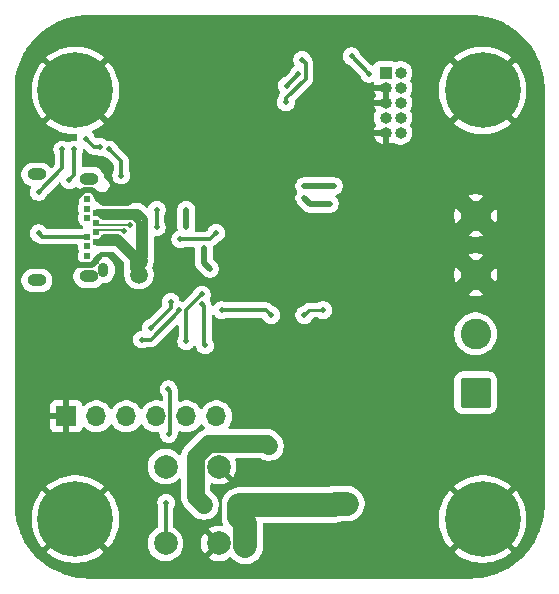
<source format=gbr>
%TF.GenerationSoftware,KiCad,Pcbnew,9.0.0*%
%TF.CreationDate,2025-07-24T15:18:37-04:00*%
%TF.ProjectId,USB_C_Simple_Trig,5553425f-435f-4536-996d-706c655f5472,rev?*%
%TF.SameCoordinates,Original*%
%TF.FileFunction,Copper,L2,Bot*%
%TF.FilePolarity,Positive*%
%FSLAX46Y46*%
G04 Gerber Fmt 4.6, Leading zero omitted, Abs format (unit mm)*
G04 Created by KiCad (PCBNEW 9.0.0) date 2025-07-24 15:18:37*
%MOMM*%
%LPD*%
G01*
G04 APERTURE LIST*
G04 Aperture macros list*
%AMRoundRect*
0 Rectangle with rounded corners*
0 $1 Rounding radius*
0 $2 $3 $4 $5 $6 $7 $8 $9 X,Y pos of 4 corners*
0 Add a 4 corners polygon primitive as box body*
4,1,4,$2,$3,$4,$5,$6,$7,$8,$9,$2,$3,0*
0 Add four circle primitives for the rounded corners*
1,1,$1+$1,$2,$3*
1,1,$1+$1,$4,$5*
1,1,$1+$1,$6,$7*
1,1,$1+$1,$8,$9*
0 Add four rect primitives between the rounded corners*
20,1,$1+$1,$2,$3,$4,$5,0*
20,1,$1+$1,$4,$5,$6,$7,0*
20,1,$1+$1,$6,$7,$8,$9,0*
20,1,$1+$1,$8,$9,$2,$3,0*%
G04 Aperture macros list end*
%TA.AperFunction,ComponentPad*%
%ADD10R,1.000000X1.000000*%
%TD*%
%TA.AperFunction,ComponentPad*%
%ADD11O,1.000000X1.000000*%
%TD*%
%TA.AperFunction,ComponentPad*%
%ADD12C,6.400000*%
%TD*%
%TA.AperFunction,ComponentPad*%
%ADD13C,2.000000*%
%TD*%
%TA.AperFunction,ComponentPad*%
%ADD14O,1.600200X1.016000*%
%TD*%
%TA.AperFunction,ComponentPad*%
%ADD15O,0.914400X1.193800*%
%TD*%
%TA.AperFunction,ComponentPad*%
%ADD16C,0.609600*%
%TD*%
%TA.AperFunction,ComponentPad*%
%ADD17RoundRect,0.250000X1.050000X-1.050000X1.050000X1.050000X-1.050000X1.050000X-1.050000X-1.050000X0*%
%TD*%
%TA.AperFunction,ComponentPad*%
%ADD18C,2.600000*%
%TD*%
%TA.AperFunction,ComponentPad*%
%ADD19R,1.700000X1.700000*%
%TD*%
%TA.AperFunction,ComponentPad*%
%ADD20O,1.700000X1.700000*%
%TD*%
%TA.AperFunction,ViaPad*%
%ADD21C,0.500000*%
%TD*%
%TA.AperFunction,ViaPad*%
%ADD22C,1.500000*%
%TD*%
%TA.AperFunction,ViaPad*%
%ADD23C,0.900000*%
%TD*%
%TA.AperFunction,ViaPad*%
%ADD24C,0.700000*%
%TD*%
%TA.AperFunction,Conductor*%
%ADD25C,0.500000*%
%TD*%
%TA.AperFunction,Conductor*%
%ADD26C,0.800000*%
%TD*%
%TA.AperFunction,Conductor*%
%ADD27C,0.550000*%
%TD*%
%TA.AperFunction,Conductor*%
%ADD28C,0.300000*%
%TD*%
%TA.AperFunction,Conductor*%
%ADD29C,0.254000*%
%TD*%
%TA.AperFunction,Conductor*%
%ADD30C,1.500000*%
%TD*%
%TA.AperFunction,Conductor*%
%ADD31C,2.000000*%
%TD*%
%TA.AperFunction,Conductor*%
%ADD32C,0.200000*%
%TD*%
G04 APERTURE END LIST*
D10*
%TO.P,J4,1,VTref*%
%TO.N,+3V3*%
X149375000Y-87920000D03*
D11*
%TO.P,J4,2,SWDIO/TMS*%
%TO.N,/MCU/SWDIO*%
X150645000Y-87920000D03*
%TO.P,J4,3,GND*%
%TO.N,GND*%
X149375000Y-89190000D03*
%TO.P,J4,4,SWCLK/TCK*%
%TO.N,/MCU/SWCLK*%
X150645000Y-89190000D03*
%TO.P,J4,5,GND*%
%TO.N,GND*%
X149375000Y-90460000D03*
%TO.P,J4,6,SWO/TDO*%
%TO.N,unconnected-(J4-SWO{slash}TDO-Pad6)*%
X150645000Y-90460000D03*
%TO.P,J4,7,KEY*%
%TO.N,unconnected-(J4-KEY-Pad7)*%
X149375000Y-91730000D03*
%TO.P,J4,8,NC/TDI*%
%TO.N,unconnected-(J4-NC{slash}TDI-Pad8)*%
X150645000Y-91730000D03*
%TO.P,J4,9,GNDDetect*%
%TO.N,GND*%
X149375000Y-93000000D03*
%TO.P,J4,10,~{RESET}*%
%TO.N,/MCU/NRST*%
X150645000Y-93000000D03*
%TD*%
D12*
%TO.P,H4,1,1*%
%TO.N,GND*%
X123100000Y-125700000D03*
%TD*%
D13*
%TO.P,SW1,1,1*%
%TO.N,GND*%
X135250000Y-121250000D03*
X135250000Y-127750000D03*
%TO.P,SW1,2,2*%
%TO.N,/MCU/NRST*%
X130750000Y-121250000D03*
X130750000Y-127750000D03*
%TD*%
D14*
%TO.P,J1,25*%
%TO.N,N/C*%
X124247400Y-96876201D03*
%TO.P,J1,26*%
X119847400Y-96516199D03*
%TO.P,J1,27*%
X124247400Y-105136199D03*
%TO.P,J1,28*%
X119847400Y-105496201D03*
D15*
%TO.P,J1,29*%
X125487400Y-104606200D03*
D16*
%TO.P,J1,B1,GND*%
%TO.N,GND*%
X124837400Y-103806393D03*
%TO.P,J1,B2,TX2+*%
%TO.N,unconnected-(J1-TX2+-PadB2)*%
X124137400Y-103406267D03*
%TO.P,J1,B3,TX2-*%
%TO.N,unconnected-(J1-TX2--PadB3)*%
X124137400Y-102606141D03*
%TO.P,J1,B4,VBUS*%
%TO.N,VBUS*%
X124837400Y-102206015D03*
%TO.P,J1,B5,CC2*%
%TO.N,/USB_C_IC/CC2*%
X124137400Y-101781389D03*
%TO.P,J1,B6,D+*%
%TO.N,/USB_C_IC/data_+*%
X124837400Y-101418763D03*
%TO.P,J1,B7,D-*%
%TO.N,/USB_C_IC/data_-*%
X124837400Y-100618637D03*
%TO.P,J1,B8,SBU2*%
%TO.N,unconnected-(J1-SBU2-PadB8)*%
X124137400Y-100181011D03*
%TO.P,J1,B9,VBUS*%
%TO.N,VBUS*%
X124837400Y-99806385D03*
%TO.P,J1,B10,RX1-*%
%TO.N,unconnected-(J1-RX1--PadB10)*%
X124137400Y-99406259D03*
%TO.P,J1,B11,RX1+*%
%TO.N,unconnected-(J1-RX1+-PadB11)*%
X124137400Y-98606133D03*
%TO.P,J1,B12,GND*%
%TO.N,GND*%
X124837400Y-98206007D03*
%TD*%
D12*
%TO.P,H3,1,1*%
%TO.N,GND*%
X123100000Y-89400000D03*
%TD*%
D17*
%TO.P,J2,1,Pin_1*%
%TO.N,VOUT*%
X157000000Y-115000000D03*
D18*
%TO.P,J2,2,Pin_2*%
X157000000Y-110000000D03*
%TO.P,J2,3,Pin_3*%
%TO.N,GND*%
X157000000Y-105000000D03*
%TO.P,J2,4,Pin_4*%
X157000000Y-100000000D03*
%TD*%
D19*
%TO.P,J3,1,Pin_1*%
%TO.N,GND*%
X122340000Y-117000000D03*
D20*
%TO.P,J3,2,Pin_2*%
%TO.N,unconnected-(J3-Pin_2-Pad2)*%
X124880000Y-117000000D03*
%TO.P,J3,3,Pin_3*%
%TO.N,unconnected-(J3-Pin_3-Pad3)*%
X127420000Y-117000000D03*
%TO.P,J3,4,Pin_4*%
%TO.N,/MCU/UART_RX*%
X129960000Y-117000000D03*
%TO.P,J3,5,Pin_5*%
%TO.N,/MCU/UART_TX*%
X132500000Y-117000000D03*
%TO.P,J3,6,Pin_6*%
%TO.N,unconnected-(J3-Pin_6-Pad6)*%
X135040000Y-117000000D03*
%TD*%
D12*
%TO.P,H1,1,1*%
%TO.N,GND*%
X157600000Y-89400000D03*
%TD*%
%TO.P,H2,1,1*%
%TO.N,GND*%
X157600000Y-125700000D03*
%TD*%
D21*
%TO.N,GND*%
X126850000Y-98250000D03*
X125157898Y-103400000D03*
X150000000Y-107500000D03*
X126750000Y-97700000D03*
X126650000Y-105550000D03*
X141000000Y-99500000D03*
X123103000Y-104024270D03*
X151000000Y-105500000D03*
X127000000Y-104200000D03*
X136900000Y-93500000D03*
X123103000Y-103200000D03*
X126729529Y-103794375D03*
X120753000Y-111500000D03*
X137500000Y-109000000D03*
X137750000Y-105925000D03*
X123150000Y-97950000D03*
X128000000Y-92500000D03*
X125400000Y-106200000D03*
X141000000Y-106000000D03*
X126317576Y-97399866D03*
X123150000Y-98950000D03*
X149500000Y-97500000D03*
X126900000Y-104750000D03*
X135000000Y-100500000D03*
%TO.N,VBUS*%
X126946902Y-99679011D03*
%TO.N,+5V*%
X132500000Y-99500000D03*
X132500000Y-101000000D03*
X142500000Y-98500000D03*
X134500000Y-104500000D03*
X144654000Y-99000000D03*
X134000000Y-102725000D03*
%TO.N,+3V3*%
X142500000Y-97500000D03*
X142000000Y-88000000D03*
X145000000Y-97500000D03*
X148000000Y-88000000D03*
X146500000Y-86500000D03*
X141000000Y-89000000D03*
%TO.N,/MCU/STATUS_LED*%
X123000000Y-94400000D03*
X122602000Y-97000000D03*
%TO.N,Net-(IC1-LED)*%
X135500000Y-108000000D03*
X139689468Y-108423000D03*
X128750000Y-110500000D03*
X131900000Y-108000000D03*
%TO.N,Net-(IC1-VOUT)*%
X134100000Y-111000000D03*
X133825735Y-107522794D03*
%TO.N,/MCU/NRST*%
X142325735Y-86825735D03*
X130800000Y-124300000D03*
X140943236Y-90423265D03*
%TO.N,/MCU/I2C_SCL*%
X142500000Y-108423000D03*
X144077000Y-108000000D03*
%TO.N,Net-(Q1-G)*%
X131186029Y-107313971D03*
X131000000Y-118500000D03*
X129500000Y-109500000D03*
X130989381Y-114698000D03*
%TO.N,Net-(IC1-VCC)*%
X133825735Y-106674265D03*
X132500000Y-110650000D03*
%TO.N,/USB_C_IC/CC2*%
X125185202Y-94185201D03*
X126000000Y-94400000D03*
X122000000Y-94400000D03*
X130000000Y-101000000D03*
X132000000Y-102000000D03*
X135043015Y-101456985D03*
X120000000Y-98000000D03*
X124000000Y-93500000D03*
X127000000Y-96617201D03*
X130000000Y-99500000D03*
X120000000Y-101500000D03*
%TO.N,/USB_C_IC/data_-*%
X127774626Y-100833011D03*
%TO.N,/USB_C_IC/data_+*%
X127269003Y-101343698D03*
D22*
%TO.N,GND*%
X144000000Y-119000000D03*
D23*
X127400000Y-97750000D03*
D22*
X142500000Y-114500000D03*
D24*
X131637500Y-87350000D03*
D23*
X127900000Y-98400000D03*
D22*
%TO.N,VBUS*%
X128500000Y-105000000D03*
X128500000Y-103850000D03*
%TO.N,Net-(Q1-D)*%
X139500000Y-119500000D03*
X134000000Y-124500000D03*
%TO.N,Net-(Q1-G)*%
X146099000Y-124401000D03*
X137500000Y-128000000D03*
%TD*%
D25*
%TO.N,GND*%
X124837400Y-103806393D02*
X124837400Y-103720498D01*
X123150000Y-98524670D02*
X123824337Y-97850333D01*
X127400000Y-97750000D02*
X126912600Y-98237400D01*
D26*
X127500000Y-98800000D02*
X125431393Y-98800000D01*
X125431393Y-98800000D02*
X125043200Y-98411807D01*
D25*
X123824337Y-97850333D02*
X124481726Y-97850333D01*
X124481726Y-97850333D02*
X124837400Y-98206007D01*
X124481726Y-104162067D02*
X123240797Y-104162067D01*
X123150000Y-98950000D02*
X123150000Y-98524670D01*
X124837400Y-103720498D02*
X125157898Y-103400000D01*
D26*
X127900000Y-98400000D02*
X127500000Y-98800000D01*
D25*
X123240797Y-104162067D02*
X123103000Y-104024270D01*
D26*
X125043200Y-98411807D02*
X125043200Y-98349626D01*
D25*
X124868793Y-98237400D02*
X124837400Y-98206007D01*
X124837400Y-103806393D02*
X124481726Y-104162067D01*
X126912600Y-98237400D02*
X124868793Y-98237400D01*
D27*
%TO.N,VBUS*%
X124931385Y-102300000D02*
X124837400Y-102206015D01*
X124837400Y-102206015D02*
X124843852Y-102199563D01*
X128500000Y-103850000D02*
X128176720Y-103850000D01*
X126719701Y-101819701D02*
X127300000Y-102400000D01*
X125129366Y-99806385D02*
X124837400Y-99806385D01*
X126626720Y-102300000D02*
X124931385Y-102300000D01*
X128176720Y-103850000D02*
X126626720Y-102300000D01*
X124837400Y-99806385D02*
X124964774Y-99679011D01*
X128000000Y-104500000D02*
X128500000Y-105000000D01*
X128500626Y-100532291D02*
X128075346Y-100107011D01*
X128991165Y-103508835D02*
X128500000Y-104000000D01*
X127342950Y-102400000D02*
X128346475Y-103403525D01*
X124964774Y-99679011D02*
X128379011Y-99679011D01*
X128075346Y-100107011D02*
X125442989Y-100107011D01*
X128000000Y-103750000D02*
X128000000Y-104500000D01*
X125160818Y-102199563D02*
X125540680Y-101819701D01*
X128250000Y-105000000D02*
X128500000Y-105000000D01*
X128500000Y-104000000D02*
X128500000Y-105000000D01*
X128379011Y-99679011D02*
X128991165Y-100291165D01*
X125436490Y-100113510D02*
X125129366Y-99806385D01*
X128500626Y-103849374D02*
X128500626Y-100532291D01*
X125442989Y-100107011D02*
X125436490Y-100113510D01*
X128346475Y-103403525D02*
X128000000Y-103750000D01*
X128991165Y-100291165D02*
X128991165Y-103508835D01*
X125540680Y-101819701D02*
X126719701Y-101819701D01*
X128500000Y-103850000D02*
X128500626Y-103849374D01*
X124843852Y-102199563D02*
X125160818Y-102199563D01*
X127300000Y-102400000D02*
X127342950Y-102400000D01*
D25*
%TO.N,+5V*%
X144654000Y-99000000D02*
X143000000Y-99000000D01*
X134000000Y-104000000D02*
X134500000Y-104500000D01*
X143000000Y-99000000D02*
X142500000Y-98500000D01*
X134000000Y-102725000D02*
X134000000Y-104000000D01*
X132500000Y-99500000D02*
X132500000Y-101000000D01*
D28*
%TO.N,+3V3*%
X142000000Y-88000000D02*
X141000000Y-89000000D01*
X148000000Y-88000000D02*
X146500000Y-86500000D01*
D25*
X145000000Y-97500000D02*
X142500000Y-97500000D01*
D28*
%TO.N,/MCU/STATUS_LED*%
X123000000Y-96602000D02*
X122602000Y-97000000D01*
X123000000Y-94400000D02*
X123000000Y-96602000D01*
%TO.N,Net-(IC1-LED)*%
X139689468Y-108423000D02*
X139266468Y-108000000D01*
X129500000Y-110500000D02*
X131900000Y-108100000D01*
X139266468Y-108000000D02*
X135500000Y-108000000D01*
X128750000Y-110500000D02*
X129500000Y-110500000D01*
X131900000Y-108100000D02*
X131900000Y-108000000D01*
%TO.N,Net-(IC1-VOUT)*%
X133825735Y-107522794D02*
X134000000Y-107697059D01*
X134000000Y-107697059D02*
X134000000Y-110900000D01*
X134000000Y-110900000D02*
X134100000Y-111000000D01*
%TO.N,/MCU/NRST*%
X130800000Y-124300000D02*
X130750000Y-124350000D01*
X140943236Y-90056764D02*
X142601000Y-88399000D01*
X130750000Y-124350000D02*
X130750000Y-127750000D01*
X140943236Y-90423265D02*
X140943236Y-90056764D01*
X142601000Y-87101000D02*
X142325735Y-86825735D01*
X142601000Y-88399000D02*
X142601000Y-87101000D01*
D29*
%TO.N,/MCU/I2C_SCL*%
X142923000Y-108000000D02*
X142500000Y-108423000D01*
X144077000Y-108000000D02*
X142923000Y-108000000D01*
D30*
%TO.N,Net-(Q1-D)*%
X133299000Y-123799000D02*
X133299000Y-120441869D01*
X133299000Y-120441869D02*
X134441869Y-119299000D01*
X139299000Y-119299000D02*
X139500000Y-119500000D01*
X134000000Y-124500000D02*
X133299000Y-123799000D01*
X134441869Y-119299000D02*
X139299000Y-119299000D01*
D28*
%TO.N,Net-(Q1-G)*%
X131186029Y-107813971D02*
X129500000Y-109500000D01*
X130989381Y-114698000D02*
X131161000Y-114869619D01*
X131161000Y-114869619D02*
X131161000Y-118339000D01*
D31*
X137500000Y-126000000D02*
X137000000Y-125500000D01*
X137500000Y-128000000D02*
X137500000Y-126000000D01*
D28*
X131186029Y-107313971D02*
X131186029Y-107813971D01*
D31*
X145000000Y-124500000D02*
X145099000Y-124401000D01*
X137000000Y-124500000D02*
X145000000Y-124500000D01*
X137000000Y-125500000D02*
X137000000Y-124500000D01*
D28*
X131161000Y-118339000D02*
X131000000Y-118500000D01*
D31*
X145099000Y-124401000D02*
X146099000Y-124401000D01*
D28*
%TO.N,Net-(IC1-VCC)*%
X132500000Y-108000000D02*
X132500000Y-110650000D01*
X133825735Y-106674265D02*
X132500000Y-108000000D01*
%TO.N,/USB_C_IC/CC2*%
X124685201Y-94185201D02*
X124000000Y-93500000D01*
X122000000Y-96000000D02*
X120000000Y-98000000D01*
X127000000Y-96617201D02*
X127000000Y-95400000D01*
X130000000Y-101000000D02*
X130000000Y-99500000D01*
X125185202Y-94185201D02*
X124685201Y-94185201D01*
X122000000Y-94400000D02*
X122000000Y-96000000D01*
X135043015Y-101456985D02*
X134500000Y-102000000D01*
X134500000Y-102000000D02*
X132000000Y-102000000D01*
X127000000Y-95400000D02*
X126000000Y-94400000D01*
X120000000Y-101500000D02*
X120281389Y-101781389D01*
X120281389Y-101781389D02*
X124137400Y-101781389D01*
D32*
%TO.N,/USB_C_IC/data_-*%
X127774626Y-100833011D02*
X127651210Y-100833011D01*
X127611898Y-100793699D02*
X125014462Y-100793699D01*
X125014462Y-100793699D02*
X124839400Y-100618637D01*
X127651210Y-100833011D02*
X127611898Y-100793699D01*
%TO.N,/USB_C_IC/data_+*%
X125014462Y-101243701D02*
X124839400Y-101418763D01*
X127269003Y-101343698D02*
X127169006Y-101243701D01*
X127169006Y-101243701D02*
X125014462Y-101243701D01*
%TD*%
%TA.AperFunction,Conductor*%
%TO.N,GND*%
G36*
X156552324Y-83000587D02*
G01*
X156585205Y-83001817D01*
X157016140Y-83017942D01*
X157025356Y-83018632D01*
X157484289Y-83070341D01*
X157493442Y-83071721D01*
X157947224Y-83157581D01*
X157956227Y-83159635D01*
X158402325Y-83279167D01*
X158411182Y-83281899D01*
X158847088Y-83434429D01*
X158855720Y-83437817D01*
X159279008Y-83622496D01*
X159287362Y-83626520D01*
X159695640Y-83842301D01*
X159703671Y-83846937D01*
X160094707Y-84092641D01*
X160102369Y-84097865D01*
X160473949Y-84372104D01*
X160481187Y-84377876D01*
X160831233Y-84679115D01*
X160838030Y-84685422D01*
X161164577Y-85011969D01*
X161170884Y-85018766D01*
X161472118Y-85368806D01*
X161477900Y-85376056D01*
X161752134Y-85747630D01*
X161757358Y-85755292D01*
X162003062Y-86146328D01*
X162007698Y-86154359D01*
X162223479Y-86562637D01*
X162227503Y-86570991D01*
X162412182Y-86994279D01*
X162415570Y-87002911D01*
X162568100Y-87438817D01*
X162570833Y-87447678D01*
X162690358Y-87893750D01*
X162692421Y-87902791D01*
X162778277Y-88356550D01*
X162779659Y-88365719D01*
X162831365Y-88824625D01*
X162832058Y-88833873D01*
X162849412Y-89297673D01*
X162849499Y-89302309D01*
X162849499Y-124439391D01*
X162849412Y-124444027D01*
X162832060Y-124907803D01*
X162831367Y-124917050D01*
X162779662Y-125375957D01*
X162778280Y-125385127D01*
X162692426Y-125838887D01*
X162690363Y-125847927D01*
X162570838Y-126294007D01*
X162568105Y-126302868D01*
X162415577Y-126738772D01*
X162412189Y-126747404D01*
X162227514Y-127170687D01*
X162223490Y-127179042D01*
X162007706Y-127587327D01*
X162003070Y-127595358D01*
X161757367Y-127986394D01*
X161752143Y-127994056D01*
X161477909Y-128365631D01*
X161472128Y-128372880D01*
X161170893Y-128722924D01*
X161164585Y-128729722D01*
X160838039Y-129056269D01*
X160831242Y-129062576D01*
X160481201Y-129363812D01*
X160473951Y-129369594D01*
X160102376Y-129643829D01*
X160094714Y-129649053D01*
X159703678Y-129894758D01*
X159695647Y-129899394D01*
X159287368Y-130115176D01*
X159279014Y-130119200D01*
X158855714Y-130303885D01*
X158847082Y-130307272D01*
X158411203Y-130459794D01*
X158402341Y-130462528D01*
X157956247Y-130582058D01*
X157947207Y-130584121D01*
X157493452Y-130669976D01*
X157484283Y-130671358D01*
X157025373Y-130723065D01*
X157016126Y-130723758D01*
X156553020Y-130741087D01*
X156548383Y-130741174D01*
X124260635Y-130741174D01*
X124255999Y-130741087D01*
X123792196Y-130723734D01*
X123782949Y-130723041D01*
X123324043Y-130671336D01*
X123314873Y-130669954D01*
X122861114Y-130584100D01*
X122852076Y-130582037D01*
X122406058Y-130462528D01*
X122405995Y-130462511D01*
X122397135Y-130459778D01*
X121961236Y-130307253D01*
X121952603Y-130303865D01*
X121529312Y-130119184D01*
X121520958Y-130115161D01*
X121112704Y-129899394D01*
X121112671Y-129899376D01*
X121104648Y-129894744D01*
X120713612Y-129649040D01*
X120705950Y-129643816D01*
X120461667Y-129463528D01*
X120334379Y-129369584D01*
X120327133Y-129363807D01*
X120245375Y-129293449D01*
X119977077Y-129062560D01*
X119970280Y-129056252D01*
X119643747Y-128729719D01*
X119637439Y-128722921D01*
X119463146Y-128520388D01*
X119463146Y-128520387D01*
X119336193Y-128372866D01*
X119330411Y-128365616D01*
X119301170Y-128325996D01*
X119056183Y-127994049D01*
X119050959Y-127986387D01*
X118805255Y-127595351D01*
X118800627Y-127587336D01*
X118584830Y-127179025D01*
X118580815Y-127170687D01*
X118454379Y-126880894D01*
X118396127Y-126747380D01*
X118392750Y-126738772D01*
X118240219Y-126302859D01*
X118237489Y-126294007D01*
X118117957Y-125847904D01*
X118115902Y-125838901D01*
X118055229Y-125518234D01*
X119400000Y-125518234D01*
X119400000Y-125881765D01*
X119435632Y-126243556D01*
X119506550Y-126600090D01*
X119506553Y-126600101D01*
X119612086Y-126947997D01*
X119751207Y-127283864D01*
X119751209Y-127283869D01*
X119922570Y-127604462D01*
X119922581Y-127604480D01*
X120124551Y-127906750D01*
X120311678Y-128134765D01*
X120311679Y-128134766D01*
X121805747Y-126640697D01*
X121879588Y-126742330D01*
X122057670Y-126920412D01*
X122159301Y-126994251D01*
X120665232Y-128488319D01*
X120665233Y-128488320D01*
X120893249Y-128675448D01*
X121195519Y-128877418D01*
X121195537Y-128877429D01*
X121516130Y-129048790D01*
X121516135Y-129048792D01*
X121852002Y-129187913D01*
X122199898Y-129293446D01*
X122199909Y-129293449D01*
X122556443Y-129364367D01*
X122918234Y-129400000D01*
X123281766Y-129400000D01*
X123643556Y-129364367D01*
X124000090Y-129293449D01*
X124000101Y-129293446D01*
X124347997Y-129187913D01*
X124683864Y-129048792D01*
X124683869Y-129048790D01*
X125004462Y-128877429D01*
X125004480Y-128877418D01*
X125306736Y-128675457D01*
X125306750Y-128675447D01*
X125534765Y-128488320D01*
X125534766Y-128488319D01*
X124040698Y-126994251D01*
X124142330Y-126920412D01*
X124320412Y-126742330D01*
X124394251Y-126640698D01*
X125888319Y-128134766D01*
X125888320Y-128134765D01*
X126075447Y-127906750D01*
X126075457Y-127906736D01*
X126259095Y-127631902D01*
X129249500Y-127631902D01*
X129249500Y-127868097D01*
X129286446Y-128101368D01*
X129359433Y-128325996D01*
X129442142Y-128488320D01*
X129466657Y-128536433D01*
X129605483Y-128727510D01*
X129772490Y-128894517D01*
X129963567Y-129033343D01*
X130020909Y-129062560D01*
X130174003Y-129140566D01*
X130174005Y-129140566D01*
X130174008Y-129140568D01*
X130294412Y-129179689D01*
X130398631Y-129213553D01*
X130631903Y-129250500D01*
X130631908Y-129250500D01*
X130868097Y-129250500D01*
X131101368Y-129213553D01*
X131102870Y-129213065D01*
X131325992Y-129140568D01*
X131536433Y-129033343D01*
X131727510Y-128894517D01*
X131894517Y-128727510D01*
X132033343Y-128536433D01*
X132140568Y-128325992D01*
X132213553Y-128101368D01*
X132215717Y-128087708D01*
X132250500Y-127868097D01*
X132250500Y-127631947D01*
X133750000Y-127631947D01*
X133750000Y-127868052D01*
X133786934Y-128101247D01*
X133859897Y-128325802D01*
X133967087Y-128536174D01*
X134027338Y-128619104D01*
X134027340Y-128619105D01*
X134726212Y-127920233D01*
X134737482Y-127962292D01*
X134809890Y-128087708D01*
X134912292Y-128190110D01*
X135037708Y-128262518D01*
X135079764Y-128273787D01*
X134380893Y-128972658D01*
X134463828Y-129032914D01*
X134674197Y-129140102D01*
X134898752Y-129213065D01*
X134898751Y-129213065D01*
X135131948Y-129250000D01*
X135368052Y-129250000D01*
X135601247Y-129213065D01*
X135825802Y-129140102D01*
X136036171Y-129032914D01*
X136171191Y-128934816D01*
X136236997Y-128911336D01*
X136305051Y-128927161D01*
X136344393Y-128962246D01*
X136355483Y-128977510D01*
X136522490Y-129144517D01*
X136713567Y-129283343D01*
X136812991Y-129334002D01*
X136924003Y-129390566D01*
X136924005Y-129390566D01*
X136924008Y-129390568D01*
X137044412Y-129429689D01*
X137148631Y-129463553D01*
X137381903Y-129500500D01*
X137381908Y-129500500D01*
X137618097Y-129500500D01*
X137851368Y-129463553D01*
X138075992Y-129390568D01*
X138286433Y-129283343D01*
X138477510Y-129144517D01*
X138644517Y-128977510D01*
X138783343Y-128786433D01*
X138890568Y-128575992D01*
X138963553Y-128351368D01*
X139000500Y-128118097D01*
X139000500Y-126124500D01*
X139020185Y-126057461D01*
X139072989Y-126011706D01*
X139124500Y-126000500D01*
X145118097Y-126000500D01*
X145351368Y-125963553D01*
X145523669Y-125907568D01*
X145561987Y-125901500D01*
X146217097Y-125901500D01*
X146450368Y-125864553D01*
X146515322Y-125843448D01*
X146674992Y-125791568D01*
X146885433Y-125684343D01*
X147076510Y-125545517D01*
X147103793Y-125518234D01*
X153900000Y-125518234D01*
X153900000Y-125881765D01*
X153935632Y-126243556D01*
X154006550Y-126600090D01*
X154006553Y-126600101D01*
X154112086Y-126947997D01*
X154251207Y-127283864D01*
X154251209Y-127283869D01*
X154422570Y-127604462D01*
X154422581Y-127604480D01*
X154624551Y-127906750D01*
X154811678Y-128134765D01*
X154811679Y-128134766D01*
X156305747Y-126640697D01*
X156379588Y-126742330D01*
X156557670Y-126920412D01*
X156659301Y-126994251D01*
X155165232Y-128488319D01*
X155165233Y-128488320D01*
X155393249Y-128675448D01*
X155695519Y-128877418D01*
X155695537Y-128877429D01*
X156016130Y-129048790D01*
X156016135Y-129048792D01*
X156352002Y-129187913D01*
X156699898Y-129293446D01*
X156699909Y-129293449D01*
X157056443Y-129364367D01*
X157418234Y-129400000D01*
X157781766Y-129400000D01*
X158143556Y-129364367D01*
X158500090Y-129293449D01*
X158500101Y-129293446D01*
X158847997Y-129187913D01*
X159183864Y-129048792D01*
X159183869Y-129048790D01*
X159504462Y-128877429D01*
X159504480Y-128877418D01*
X159806736Y-128675457D01*
X159806750Y-128675447D01*
X160034765Y-128488320D01*
X160034766Y-128488319D01*
X158540698Y-126994251D01*
X158642330Y-126920412D01*
X158820412Y-126742330D01*
X158894251Y-126640698D01*
X160388319Y-128134766D01*
X160388320Y-128134765D01*
X160575447Y-127906750D01*
X160575457Y-127906736D01*
X160777418Y-127604480D01*
X160777429Y-127604462D01*
X160948790Y-127283869D01*
X160948792Y-127283864D01*
X161087913Y-126947997D01*
X161193446Y-126600101D01*
X161193449Y-126600090D01*
X161264367Y-126243556D01*
X161300000Y-125881765D01*
X161300000Y-125518234D01*
X161264367Y-125156443D01*
X161193449Y-124799909D01*
X161193446Y-124799898D01*
X161087913Y-124452002D01*
X160948792Y-124116135D01*
X160948790Y-124116130D01*
X160777429Y-123795537D01*
X160777418Y-123795519D01*
X160575448Y-123493249D01*
X160388320Y-123265233D01*
X160388319Y-123265232D01*
X158894251Y-124759300D01*
X158820412Y-124657670D01*
X158642330Y-124479588D01*
X158540698Y-124405748D01*
X160034766Y-122911679D01*
X160034765Y-122911678D01*
X159806750Y-122724551D01*
X159504480Y-122522581D01*
X159504462Y-122522570D01*
X159183869Y-122351209D01*
X159183864Y-122351207D01*
X158847997Y-122212086D01*
X158500101Y-122106553D01*
X158500090Y-122106550D01*
X158143556Y-122035632D01*
X157781766Y-122000000D01*
X157418234Y-122000000D01*
X157056443Y-122035632D01*
X156699909Y-122106550D01*
X156699898Y-122106553D01*
X156352002Y-122212086D01*
X156016135Y-122351207D01*
X156016130Y-122351209D01*
X155695537Y-122522570D01*
X155695519Y-122522581D01*
X155393258Y-122724545D01*
X155393254Y-122724548D01*
X155165233Y-122911679D01*
X155165233Y-122911680D01*
X156659301Y-124405748D01*
X156557670Y-124479588D01*
X156379588Y-124657670D01*
X156305748Y-124759301D01*
X154811680Y-123265233D01*
X154811679Y-123265233D01*
X154624548Y-123493254D01*
X154624545Y-123493258D01*
X154422581Y-123795519D01*
X154422570Y-123795537D01*
X154251209Y-124116130D01*
X154251207Y-124116135D01*
X154112086Y-124452002D01*
X154006553Y-124799898D01*
X154006550Y-124799909D01*
X153935632Y-125156443D01*
X153900000Y-125518234D01*
X147103793Y-125518234D01*
X147243517Y-125378510D01*
X147382343Y-125187433D01*
X147489568Y-124976992D01*
X147562553Y-124752368D01*
X147562587Y-124752152D01*
X147599500Y-124519097D01*
X147599500Y-124282902D01*
X147562553Y-124049631D01*
X147521735Y-123924008D01*
X147489568Y-123825008D01*
X147489566Y-123825005D01*
X147489566Y-123825003D01*
X147418410Y-123685352D01*
X147382343Y-123614567D01*
X147243517Y-123423490D01*
X147076510Y-123256483D01*
X146885433Y-123117657D01*
X146781849Y-123064878D01*
X146674996Y-123010433D01*
X146450368Y-122937446D01*
X146217097Y-122900500D01*
X146217092Y-122900500D01*
X145217092Y-122900500D01*
X144980908Y-122900500D01*
X144980903Y-122900500D01*
X144747634Y-122937446D01*
X144747633Y-122937446D01*
X144575331Y-122993431D01*
X144537013Y-122999500D01*
X136881903Y-122999500D01*
X136648631Y-123036446D01*
X136424003Y-123109433D01*
X136213566Y-123216657D01*
X136146709Y-123265232D01*
X136022490Y-123355483D01*
X136022488Y-123355485D01*
X136022487Y-123355485D01*
X135855485Y-123522487D01*
X135855485Y-123522488D01*
X135855483Y-123522490D01*
X135814904Y-123578342D01*
X135716657Y-123713566D01*
X135609433Y-123924003D01*
X135536446Y-124148631D01*
X135499500Y-124381902D01*
X135499500Y-125618097D01*
X135536446Y-125851368D01*
X135609433Y-126075996D01*
X135616581Y-126090023D01*
X135629477Y-126158692D01*
X135603201Y-126223433D01*
X135546094Y-126263690D01*
X135486699Y-126268791D01*
X135368053Y-126250000D01*
X135131948Y-126250000D01*
X134898752Y-126286934D01*
X134674197Y-126359897D01*
X134463830Y-126467084D01*
X134380894Y-126527340D01*
X135079766Y-127226212D01*
X135037708Y-127237482D01*
X134912292Y-127309890D01*
X134809890Y-127412292D01*
X134737482Y-127537708D01*
X134726212Y-127579766D01*
X134027340Y-126880894D01*
X133967084Y-126963830D01*
X133859897Y-127174197D01*
X133786934Y-127398752D01*
X133750000Y-127631947D01*
X132250500Y-127631947D01*
X132250500Y-127631902D01*
X132213553Y-127398631D01*
X132176262Y-127283864D01*
X132140568Y-127174008D01*
X132140566Y-127174005D01*
X132140566Y-127174003D01*
X132033342Y-126963566D01*
X131894517Y-126772490D01*
X131727510Y-126605483D01*
X131536433Y-126466657D01*
X131536432Y-126466656D01*
X131536430Y-126466655D01*
X131468204Y-126431891D01*
X131417408Y-126383916D01*
X131400500Y-126321407D01*
X131400500Y-124789767D01*
X131420185Y-124722728D01*
X131421398Y-124720876D01*
X131465080Y-124655501D01*
X131465080Y-124655500D01*
X131465084Y-124655495D01*
X131521658Y-124518913D01*
X131537476Y-124439391D01*
X131550500Y-124373920D01*
X131550500Y-124226079D01*
X131521659Y-124081092D01*
X131521658Y-124081091D01*
X131521658Y-124081087D01*
X131496344Y-124019973D01*
X131465087Y-123944511D01*
X131465080Y-123944498D01*
X131382951Y-123821584D01*
X131382948Y-123821580D01*
X131278419Y-123717051D01*
X131278415Y-123717048D01*
X131155501Y-123634919D01*
X131155488Y-123634912D01*
X131018917Y-123578343D01*
X131018907Y-123578340D01*
X130873920Y-123549500D01*
X130873918Y-123549500D01*
X130726082Y-123549500D01*
X130726080Y-123549500D01*
X130581092Y-123578340D01*
X130581082Y-123578343D01*
X130444511Y-123634912D01*
X130444498Y-123634919D01*
X130321584Y-123717048D01*
X130321580Y-123717051D01*
X130217051Y-123821580D01*
X130217048Y-123821584D01*
X130134919Y-123944498D01*
X130134912Y-123944511D01*
X130078343Y-124081082D01*
X130078340Y-124081092D01*
X130049500Y-124226079D01*
X130049500Y-124226082D01*
X130049500Y-124373918D01*
X130049500Y-124373920D01*
X130049499Y-124373920D01*
X130078340Y-124518907D01*
X130078343Y-124518917D01*
X130090061Y-124547206D01*
X130099500Y-124594658D01*
X130099500Y-126321407D01*
X130079815Y-126388446D01*
X130031796Y-126431891D01*
X129963569Y-126466655D01*
X129962979Y-126467084D01*
X129772490Y-126605483D01*
X129772488Y-126605485D01*
X129772487Y-126605485D01*
X129605485Y-126772487D01*
X129605485Y-126772488D01*
X129605483Y-126772490D01*
X129545862Y-126854550D01*
X129466657Y-126963566D01*
X129359433Y-127174003D01*
X129286446Y-127398631D01*
X129249500Y-127631902D01*
X126259095Y-127631902D01*
X126277418Y-127604480D01*
X126277420Y-127604477D01*
X126296606Y-127568583D01*
X126296608Y-127568580D01*
X126448790Y-127283869D01*
X126448792Y-127283864D01*
X126587913Y-126947997D01*
X126693446Y-126600101D01*
X126693449Y-126600090D01*
X126764367Y-126243556D01*
X126800000Y-125881765D01*
X126800000Y-125518234D01*
X126764367Y-125156443D01*
X126693449Y-124799909D01*
X126693446Y-124799898D01*
X126587913Y-124452002D01*
X126448792Y-124116135D01*
X126448790Y-124116130D01*
X126277429Y-123795537D01*
X126277418Y-123795519D01*
X126075448Y-123493249D01*
X125888320Y-123265233D01*
X125888319Y-123265232D01*
X124394251Y-124759300D01*
X124320412Y-124657670D01*
X124142330Y-124479588D01*
X124040698Y-124405748D01*
X125534766Y-122911679D01*
X125534765Y-122911678D01*
X125306750Y-122724551D01*
X125004480Y-122522581D01*
X125004462Y-122522570D01*
X124683869Y-122351209D01*
X124683864Y-122351207D01*
X124347997Y-122212086D01*
X124000101Y-122106553D01*
X124000090Y-122106550D01*
X123643556Y-122035632D01*
X123281766Y-122000000D01*
X122918234Y-122000000D01*
X122556443Y-122035632D01*
X122199909Y-122106550D01*
X122199898Y-122106553D01*
X121852002Y-122212086D01*
X121516135Y-122351207D01*
X121516130Y-122351209D01*
X121195537Y-122522570D01*
X121195519Y-122522581D01*
X120893258Y-122724545D01*
X120893254Y-122724548D01*
X120665233Y-122911679D01*
X120665233Y-122911680D01*
X122159301Y-124405748D01*
X122057670Y-124479588D01*
X121879588Y-124657670D01*
X121805748Y-124759301D01*
X120311680Y-123265233D01*
X120311679Y-123265233D01*
X120124548Y-123493254D01*
X120124545Y-123493258D01*
X119922581Y-123795519D01*
X119922570Y-123795537D01*
X119751209Y-124116130D01*
X119751207Y-124116135D01*
X119612086Y-124452002D01*
X119506553Y-124799898D01*
X119506550Y-124799909D01*
X119435632Y-125156443D01*
X119400000Y-125518234D01*
X118055229Y-125518234D01*
X118030044Y-125385124D01*
X118028663Y-125375956D01*
X118021755Y-125314644D01*
X117976956Y-124917036D01*
X117976266Y-124907817D01*
X117958913Y-124444001D01*
X117958826Y-124439365D01*
X117958826Y-116102155D01*
X120990000Y-116102155D01*
X120990000Y-116750000D01*
X121906988Y-116750000D01*
X121874075Y-116807007D01*
X121840000Y-116934174D01*
X121840000Y-117065826D01*
X121874075Y-117192993D01*
X121906988Y-117250000D01*
X120990000Y-117250000D01*
X120990000Y-117897844D01*
X120996401Y-117957372D01*
X120996403Y-117957379D01*
X121046645Y-118092086D01*
X121046649Y-118092093D01*
X121132809Y-118207187D01*
X121132812Y-118207190D01*
X121247906Y-118293350D01*
X121247913Y-118293354D01*
X121382620Y-118343596D01*
X121382627Y-118343598D01*
X121442155Y-118349999D01*
X121442172Y-118350000D01*
X122090000Y-118350000D01*
X122090000Y-117433012D01*
X122147007Y-117465925D01*
X122274174Y-117500000D01*
X122405826Y-117500000D01*
X122532993Y-117465925D01*
X122590000Y-117433012D01*
X122590000Y-118350000D01*
X123237828Y-118350000D01*
X123237844Y-118349999D01*
X123297372Y-118343598D01*
X123297379Y-118343596D01*
X123432086Y-118293354D01*
X123432093Y-118293350D01*
X123547187Y-118207190D01*
X123547190Y-118207187D01*
X123633350Y-118092093D01*
X123633354Y-118092086D01*
X123682422Y-117960529D01*
X123724293Y-117904595D01*
X123789757Y-117880178D01*
X123858030Y-117895030D01*
X123886285Y-117916181D01*
X124000213Y-118030109D01*
X124172179Y-118155048D01*
X124172181Y-118155049D01*
X124172184Y-118155051D01*
X124361588Y-118251557D01*
X124563757Y-118317246D01*
X124773713Y-118350500D01*
X124773714Y-118350500D01*
X124986286Y-118350500D01*
X124986287Y-118350500D01*
X125196243Y-118317246D01*
X125398412Y-118251557D01*
X125587816Y-118155051D01*
X125674471Y-118092093D01*
X125759786Y-118030109D01*
X125759788Y-118030106D01*
X125759792Y-118030104D01*
X125910104Y-117879792D01*
X125910106Y-117879788D01*
X125910109Y-117879786D01*
X126035048Y-117707820D01*
X126035047Y-117707820D01*
X126035051Y-117707816D01*
X126039514Y-117699054D01*
X126087488Y-117648259D01*
X126155308Y-117631463D01*
X126221444Y-117653999D01*
X126260486Y-117699056D01*
X126264951Y-117707820D01*
X126389890Y-117879786D01*
X126540213Y-118030109D01*
X126712179Y-118155048D01*
X126712181Y-118155049D01*
X126712184Y-118155051D01*
X126901588Y-118251557D01*
X127103757Y-118317246D01*
X127313713Y-118350500D01*
X127313714Y-118350500D01*
X127526286Y-118350500D01*
X127526287Y-118350500D01*
X127736243Y-118317246D01*
X127938412Y-118251557D01*
X128127816Y-118155051D01*
X128214471Y-118092093D01*
X128299786Y-118030109D01*
X128299788Y-118030106D01*
X128299792Y-118030104D01*
X128450104Y-117879792D01*
X128450106Y-117879788D01*
X128450109Y-117879786D01*
X128575048Y-117707820D01*
X128575047Y-117707820D01*
X128575051Y-117707816D01*
X128579514Y-117699054D01*
X128627488Y-117648259D01*
X128695308Y-117631463D01*
X128761444Y-117653999D01*
X128800486Y-117699056D01*
X128804951Y-117707820D01*
X128929890Y-117879786D01*
X129080213Y-118030109D01*
X129252179Y-118155048D01*
X129252181Y-118155049D01*
X129252184Y-118155051D01*
X129441588Y-118251557D01*
X129643757Y-118317246D01*
X129853713Y-118350500D01*
X129853714Y-118350500D01*
X130066284Y-118350500D01*
X130066287Y-118350500D01*
X130106104Y-118344193D01*
X130175394Y-118353147D01*
X130228846Y-118398142D01*
X130249487Y-118464893D01*
X130249500Y-118466666D01*
X130249500Y-118573918D01*
X130249500Y-118573920D01*
X130249499Y-118573920D01*
X130278340Y-118718907D01*
X130278343Y-118718917D01*
X130334912Y-118855488D01*
X130334919Y-118855501D01*
X130417048Y-118978415D01*
X130417051Y-118978419D01*
X130521580Y-119082948D01*
X130521584Y-119082951D01*
X130644498Y-119165080D01*
X130644511Y-119165087D01*
X130746117Y-119207173D01*
X130781087Y-119221658D01*
X130781091Y-119221658D01*
X130781092Y-119221659D01*
X130926079Y-119250500D01*
X130926082Y-119250500D01*
X131073920Y-119250500D01*
X131171462Y-119231096D01*
X131218913Y-119221658D01*
X131355495Y-119165084D01*
X131478416Y-119082951D01*
X131582951Y-118978416D01*
X131665084Y-118855495D01*
X131721658Y-118718913D01*
X131732143Y-118666197D01*
X131736630Y-118649692D01*
X131737814Y-118646283D01*
X131786501Y-118528744D01*
X131795331Y-118484354D01*
X131811500Y-118403069D01*
X131811500Y-118366682D01*
X131831185Y-118299643D01*
X131883989Y-118253888D01*
X131953147Y-118243944D01*
X131976826Y-118250443D01*
X131976954Y-118250051D01*
X131981586Y-118251556D01*
X131981588Y-118251557D01*
X132183757Y-118317246D01*
X132393713Y-118350500D01*
X132393714Y-118350500D01*
X132606286Y-118350500D01*
X132606287Y-118350500D01*
X132816243Y-118317246D01*
X133018412Y-118251557D01*
X133207816Y-118155051D01*
X133294471Y-118092093D01*
X133379786Y-118030109D01*
X133379788Y-118030106D01*
X133379792Y-118030104D01*
X133530104Y-117879792D01*
X133530106Y-117879788D01*
X133530109Y-117879786D01*
X133655048Y-117707820D01*
X133655047Y-117707820D01*
X133655051Y-117707816D01*
X133659514Y-117699054D01*
X133707488Y-117648259D01*
X133775308Y-117631463D01*
X133841444Y-117653999D01*
X133880486Y-117699056D01*
X133884951Y-117707820D01*
X134009890Y-117879786D01*
X134051512Y-117921408D01*
X134084997Y-117982731D01*
X134080013Y-118052423D01*
X134038141Y-118108356D01*
X134002150Y-118127019D01*
X133961843Y-118140116D01*
X133961840Y-118140117D01*
X133786463Y-118229476D01*
X133698549Y-118293350D01*
X133627223Y-118345172D01*
X133627221Y-118345174D01*
X133627220Y-118345174D01*
X132345174Y-119627220D01*
X132345174Y-119627221D01*
X132345172Y-119627223D01*
X132295485Y-119695610D01*
X132229476Y-119786463D01*
X132140114Y-119961844D01*
X132134687Y-119978550D01*
X132134680Y-119978571D01*
X132134208Y-119980026D01*
X132079291Y-120149043D01*
X132073937Y-120182841D01*
X132071601Y-120190700D01*
X132056884Y-120213427D01*
X132045287Y-120237890D01*
X132038178Y-120242316D01*
X132033625Y-120249348D01*
X132008957Y-120260511D01*
X131985975Y-120274821D01*
X131977600Y-120274701D01*
X131969970Y-120278154D01*
X131943184Y-120274208D01*
X131916112Y-120273821D01*
X131908212Y-120269057D01*
X131900846Y-120267972D01*
X131888389Y-120257103D01*
X131865064Y-120243037D01*
X131727512Y-120105485D01*
X131727510Y-120105483D01*
X131536433Y-119966657D01*
X131526985Y-119961843D01*
X131325996Y-119859433D01*
X131101368Y-119786446D01*
X130868097Y-119749500D01*
X130868092Y-119749500D01*
X130631908Y-119749500D01*
X130631903Y-119749500D01*
X130398631Y-119786446D01*
X130174003Y-119859433D01*
X129963566Y-119966657D01*
X129854550Y-120045862D01*
X129772490Y-120105483D01*
X129772488Y-120105485D01*
X129772487Y-120105485D01*
X129605485Y-120272487D01*
X129605485Y-120272488D01*
X129605483Y-120272490D01*
X129553926Y-120343452D01*
X129466657Y-120463566D01*
X129359433Y-120674003D01*
X129286446Y-120898631D01*
X129249500Y-121131902D01*
X129249500Y-121368097D01*
X129286446Y-121601368D01*
X129359433Y-121825996D01*
X129466249Y-122035632D01*
X129466657Y-122036433D01*
X129605483Y-122227510D01*
X129772490Y-122394517D01*
X129963567Y-122533343D01*
X130062991Y-122584002D01*
X130174003Y-122640566D01*
X130174005Y-122640566D01*
X130174008Y-122640568D01*
X130294412Y-122679689D01*
X130398631Y-122713553D01*
X130631903Y-122750500D01*
X130631908Y-122750500D01*
X130868097Y-122750500D01*
X131101368Y-122713553D01*
X131102870Y-122713065D01*
X131325992Y-122640568D01*
X131536433Y-122533343D01*
X131727510Y-122394517D01*
X131836819Y-122285208D01*
X131898142Y-122251723D01*
X131967834Y-122256707D01*
X132023767Y-122298579D01*
X132048184Y-122364043D01*
X132048500Y-122372889D01*
X132048500Y-123897422D01*
X132079290Y-124091826D01*
X132140117Y-124279030D01*
X132224175Y-124444001D01*
X132229476Y-124454405D01*
X132345172Y-124613646D01*
X133185355Y-125453829D01*
X133344595Y-125569524D01*
X133519974Y-125658884D01*
X133519976Y-125658884D01*
X133519979Y-125658886D01*
X133519977Y-125658886D01*
X133598328Y-125684343D01*
X133598329Y-125684343D01*
X133646510Y-125699998D01*
X133707173Y-125719709D01*
X133901578Y-125750500D01*
X133901583Y-125750500D01*
X134098422Y-125750500D01*
X134292827Y-125719709D01*
X134480026Y-125658884D01*
X134655405Y-125569524D01*
X134814646Y-125453829D01*
X134953829Y-125314646D01*
X135069524Y-125155405D01*
X135158884Y-124980026D01*
X135219709Y-124792827D01*
X135226151Y-124752152D01*
X135250500Y-124598422D01*
X135250500Y-124401584D01*
X135243198Y-124355482D01*
X135243198Y-124355481D01*
X135219710Y-124207178D01*
X135219709Y-124207176D01*
X135219709Y-124207174D01*
X135204464Y-124160256D01*
X135197687Y-124139397D01*
X135158885Y-124019976D01*
X135158884Y-124019973D01*
X135109984Y-123924003D01*
X135069524Y-123844595D01*
X134953829Y-123685355D01*
X134585819Y-123317345D01*
X134552334Y-123256022D01*
X134549500Y-123229664D01*
X134549500Y-122770257D01*
X134569185Y-122703218D01*
X134621989Y-122657463D01*
X134691147Y-122647519D01*
X134711819Y-122652326D01*
X134898754Y-122713065D01*
X135131948Y-122750000D01*
X135368052Y-122750000D01*
X135601247Y-122713065D01*
X135825802Y-122640102D01*
X136036163Y-122532918D01*
X136036169Y-122532914D01*
X136119104Y-122472658D01*
X136119105Y-122472658D01*
X135420234Y-121773787D01*
X135462292Y-121762518D01*
X135587708Y-121690110D01*
X135690110Y-121587708D01*
X135762518Y-121462292D01*
X135773787Y-121420234D01*
X136472658Y-122119105D01*
X136472658Y-122119104D01*
X136532914Y-122036169D01*
X136532918Y-122036163D01*
X136640102Y-121825802D01*
X136713065Y-121601247D01*
X136750000Y-121368052D01*
X136750000Y-121131947D01*
X136713065Y-120898751D01*
X136652327Y-120711818D01*
X136650332Y-120641977D01*
X136686412Y-120582144D01*
X136749113Y-120551316D01*
X136770258Y-120549500D01*
X138776948Y-120549500D01*
X138840234Y-120567350D01*
X138840254Y-120567312D01*
X138840449Y-120567411D01*
X138841745Y-120567777D01*
X138844589Y-120569520D01*
X138844595Y-120569524D01*
X138929122Y-120612592D01*
X139019969Y-120658882D01*
X139019971Y-120658882D01*
X139019974Y-120658884D01*
X139066521Y-120674008D01*
X139207173Y-120719709D01*
X139401578Y-120750500D01*
X139401583Y-120750500D01*
X139598422Y-120750500D01*
X139792826Y-120719709D01*
X139817112Y-120711818D01*
X139980026Y-120658884D01*
X140155405Y-120569524D01*
X140314646Y-120453828D01*
X140453828Y-120314646D01*
X140569524Y-120155405D01*
X140658884Y-119980026D01*
X140719709Y-119792826D01*
X140720719Y-119786447D01*
X140750500Y-119598422D01*
X140750500Y-119401578D01*
X140719709Y-119207173D01*
X140679346Y-119082951D01*
X140658884Y-119019974D01*
X140658882Y-119019971D01*
X140658882Y-119019969D01*
X140611742Y-118927454D01*
X140569524Y-118844595D01*
X140453828Y-118685354D01*
X140113646Y-118345172D01*
X139954405Y-118229476D01*
X139779030Y-118140117D01*
X139591826Y-118079290D01*
X139397422Y-118048500D01*
X139397417Y-118048500D01*
X136190895Y-118048500D01*
X136123856Y-118028815D01*
X136078101Y-117976011D01*
X136068157Y-117906853D01*
X136090576Y-117851615D01*
X136124869Y-117804413D01*
X136195051Y-117707816D01*
X136291557Y-117518412D01*
X136357246Y-117316243D01*
X136390500Y-117106287D01*
X136390500Y-116893713D01*
X136357246Y-116683757D01*
X136291557Y-116481588D01*
X136195051Y-116292184D01*
X136195049Y-116292181D01*
X136195048Y-116292179D01*
X136070109Y-116120213D01*
X135919786Y-115969890D01*
X135747820Y-115844951D01*
X135558414Y-115748444D01*
X135558413Y-115748443D01*
X135558412Y-115748443D01*
X135356243Y-115682754D01*
X135356241Y-115682753D01*
X135356240Y-115682753D01*
X135194957Y-115657208D01*
X135146287Y-115649500D01*
X134933713Y-115649500D01*
X134885042Y-115657208D01*
X134723760Y-115682753D01*
X134521585Y-115748444D01*
X134332179Y-115844951D01*
X134160213Y-115969890D01*
X134009890Y-116120213D01*
X133884949Y-116292182D01*
X133880484Y-116300946D01*
X133832509Y-116351742D01*
X133764688Y-116368536D01*
X133698553Y-116345998D01*
X133659516Y-116300946D01*
X133655050Y-116292182D01*
X133530109Y-116120213D01*
X133379786Y-115969890D01*
X133207820Y-115844951D01*
X133018414Y-115748444D01*
X133018413Y-115748443D01*
X133018412Y-115748443D01*
X132816243Y-115682754D01*
X132816241Y-115682753D01*
X132816240Y-115682753D01*
X132654957Y-115657208D01*
X132606287Y-115649500D01*
X132393713Y-115649500D01*
X132345042Y-115657208D01*
X132183760Y-115682753D01*
X132183757Y-115682754D01*
X131981588Y-115748443D01*
X131981586Y-115748443D01*
X131976954Y-115749949D01*
X131976508Y-115748577D01*
X131913451Y-115755340D01*
X131850980Y-115724049D01*
X131815344Y-115663950D01*
X131811500Y-115633316D01*
X131811500Y-114805547D01*
X131786502Y-114679880D01*
X131786501Y-114679879D01*
X131786501Y-114679875D01*
X131737465Y-114561492D01*
X131736876Y-114560611D01*
X131736470Y-114559631D01*
X131734595Y-114556122D01*
X131734940Y-114555937D01*
X131718365Y-114515919D01*
X131711039Y-114479087D01*
X131711037Y-114479082D01*
X131654468Y-114342511D01*
X131654461Y-114342498D01*
X131572332Y-114219584D01*
X131572329Y-114219580D01*
X131467800Y-114115051D01*
X131467796Y-114115048D01*
X131344882Y-114032919D01*
X131344873Y-114032914D01*
X131292920Y-114011395D01*
X131292918Y-114011394D01*
X131208298Y-113976343D01*
X131208288Y-113976340D01*
X131063301Y-113947500D01*
X131063299Y-113947500D01*
X130915463Y-113947500D01*
X130915461Y-113947500D01*
X130770473Y-113976340D01*
X130770463Y-113976343D01*
X130633892Y-114032912D01*
X130633879Y-114032919D01*
X130510965Y-114115048D01*
X130510961Y-114115051D01*
X130406432Y-114219580D01*
X130406429Y-114219584D01*
X130324300Y-114342498D01*
X130324293Y-114342511D01*
X130267724Y-114479082D01*
X130267721Y-114479092D01*
X130238881Y-114624079D01*
X130238881Y-114624082D01*
X130238881Y-114771918D01*
X130238881Y-114771920D01*
X130238880Y-114771920D01*
X130267721Y-114916907D01*
X130267724Y-114916917D01*
X130324293Y-115053488D01*
X130324300Y-115053501D01*
X130406428Y-115176414D01*
X130406429Y-115176415D01*
X130406430Y-115176416D01*
X130474182Y-115244168D01*
X130507666Y-115305489D01*
X130510500Y-115331848D01*
X130510500Y-115588197D01*
X130490815Y-115655236D01*
X130438011Y-115700991D01*
X130368853Y-115710935D01*
X130348183Y-115706128D01*
X130276244Y-115682754D01*
X130276240Y-115682753D01*
X130114957Y-115657208D01*
X130066287Y-115649500D01*
X129853713Y-115649500D01*
X129805042Y-115657208D01*
X129643760Y-115682753D01*
X129441585Y-115748444D01*
X129252179Y-115844951D01*
X129080213Y-115969890D01*
X128929890Y-116120213D01*
X128804949Y-116292182D01*
X128800484Y-116300946D01*
X128752509Y-116351742D01*
X128684688Y-116368536D01*
X128618553Y-116345998D01*
X128579516Y-116300946D01*
X128575050Y-116292182D01*
X128450109Y-116120213D01*
X128299786Y-115969890D01*
X128127820Y-115844951D01*
X127938414Y-115748444D01*
X127938413Y-115748443D01*
X127938412Y-115748443D01*
X127736243Y-115682754D01*
X127736241Y-115682753D01*
X127736240Y-115682753D01*
X127574957Y-115657208D01*
X127526287Y-115649500D01*
X127313713Y-115649500D01*
X127265042Y-115657208D01*
X127103760Y-115682753D01*
X126901585Y-115748444D01*
X126712179Y-115844951D01*
X126540213Y-115969890D01*
X126389890Y-116120213D01*
X126264949Y-116292182D01*
X126260484Y-116300946D01*
X126212509Y-116351742D01*
X126144688Y-116368536D01*
X126078553Y-116345998D01*
X126039516Y-116300946D01*
X126035050Y-116292182D01*
X125910109Y-116120213D01*
X125759786Y-115969890D01*
X125587820Y-115844951D01*
X125398414Y-115748444D01*
X125398413Y-115748443D01*
X125398412Y-115748443D01*
X125196243Y-115682754D01*
X125196241Y-115682753D01*
X125196240Y-115682753D01*
X125034957Y-115657208D01*
X124986287Y-115649500D01*
X124773713Y-115649500D01*
X124725042Y-115657208D01*
X124563760Y-115682753D01*
X124361585Y-115748444D01*
X124172179Y-115844951D01*
X124000215Y-115969889D01*
X123886285Y-116083819D01*
X123824962Y-116117303D01*
X123755270Y-116112319D01*
X123699337Y-116070447D01*
X123682422Y-116039470D01*
X123633354Y-115907913D01*
X123633350Y-115907906D01*
X123547190Y-115792812D01*
X123547187Y-115792809D01*
X123432093Y-115706649D01*
X123432086Y-115706645D01*
X123297379Y-115656403D01*
X123297372Y-115656401D01*
X123237844Y-115650000D01*
X122590000Y-115650000D01*
X122590000Y-116566988D01*
X122532993Y-116534075D01*
X122405826Y-116500000D01*
X122274174Y-116500000D01*
X122147007Y-116534075D01*
X122090000Y-116566988D01*
X122090000Y-115650000D01*
X121442155Y-115650000D01*
X121382627Y-115656401D01*
X121382620Y-115656403D01*
X121247913Y-115706645D01*
X121247906Y-115706649D01*
X121132812Y-115792809D01*
X121132809Y-115792812D01*
X121046649Y-115907906D01*
X121046645Y-115907913D01*
X120996403Y-116042620D01*
X120996401Y-116042627D01*
X120990000Y-116102155D01*
X117958826Y-116102155D01*
X117958826Y-113899983D01*
X155199500Y-113899983D01*
X155199500Y-116100001D01*
X155199501Y-116100018D01*
X155210000Y-116202796D01*
X155210001Y-116202799D01*
X155239619Y-116292179D01*
X155265186Y-116369334D01*
X155357288Y-116518656D01*
X155481344Y-116642712D01*
X155630666Y-116734814D01*
X155797203Y-116789999D01*
X155899991Y-116800500D01*
X158100008Y-116800499D01*
X158202797Y-116789999D01*
X158369334Y-116734814D01*
X158518656Y-116642712D01*
X158642712Y-116518656D01*
X158734814Y-116369334D01*
X158789999Y-116202797D01*
X158800500Y-116100009D01*
X158800499Y-113899992D01*
X158789999Y-113797203D01*
X158734814Y-113630666D01*
X158642712Y-113481344D01*
X158518656Y-113357288D01*
X158369334Y-113265186D01*
X158202797Y-113210001D01*
X158202795Y-113210000D01*
X158100010Y-113199500D01*
X155899998Y-113199500D01*
X155899981Y-113199501D01*
X155797203Y-113210000D01*
X155797200Y-113210001D01*
X155630668Y-113265185D01*
X155630663Y-113265187D01*
X155481342Y-113357289D01*
X155357289Y-113481342D01*
X155265187Y-113630663D01*
X155265186Y-113630666D01*
X155210001Y-113797203D01*
X155210001Y-113797204D01*
X155210000Y-113797204D01*
X155199500Y-113899983D01*
X117958826Y-113899983D01*
X117958826Y-110573920D01*
X127999499Y-110573920D01*
X128028340Y-110718907D01*
X128028343Y-110718917D01*
X128084912Y-110855488D01*
X128084919Y-110855501D01*
X128167048Y-110978415D01*
X128167051Y-110978419D01*
X128271580Y-111082948D01*
X128271584Y-111082951D01*
X128394498Y-111165080D01*
X128394511Y-111165087D01*
X128531082Y-111221656D01*
X128531087Y-111221658D01*
X128531091Y-111221658D01*
X128531092Y-111221659D01*
X128676079Y-111250500D01*
X128676082Y-111250500D01*
X128823920Y-111250500D01*
X128921462Y-111231096D01*
X128968913Y-111221658D01*
X129105495Y-111165084D01*
X129105496Y-111165083D01*
X129111122Y-111162753D01*
X129111479Y-111163614D01*
X129163840Y-111150500D01*
X129564071Y-111150500D01*
X129648615Y-111133682D01*
X129689744Y-111125501D01*
X129808127Y-111076465D01*
X129826679Y-111064069D01*
X129914669Y-111005277D01*
X131637819Y-109282127D01*
X131699142Y-109248642D01*
X131768834Y-109253626D01*
X131824767Y-109295498D01*
X131849184Y-109360962D01*
X131849500Y-109369808D01*
X131849500Y-110236160D01*
X131836385Y-110288520D01*
X131837247Y-110288878D01*
X131778342Y-110431086D01*
X131778340Y-110431092D01*
X131749500Y-110576079D01*
X131749500Y-110576082D01*
X131749500Y-110723918D01*
X131749500Y-110723920D01*
X131749499Y-110723920D01*
X131778340Y-110868907D01*
X131778343Y-110868917D01*
X131834912Y-111005488D01*
X131834919Y-111005501D01*
X131917048Y-111128415D01*
X131917051Y-111128419D01*
X132021580Y-111232948D01*
X132021584Y-111232951D01*
X132144498Y-111315080D01*
X132144511Y-111315087D01*
X132281082Y-111371656D01*
X132281087Y-111371658D01*
X132281091Y-111371658D01*
X132281092Y-111371659D01*
X132426079Y-111400500D01*
X132426082Y-111400500D01*
X132573920Y-111400500D01*
X132671462Y-111381096D01*
X132718913Y-111371658D01*
X132855495Y-111315084D01*
X132978416Y-111232951D01*
X133082951Y-111128416D01*
X133113332Y-111082948D01*
X133130390Y-111057419D01*
X133184002Y-111012614D01*
X133253327Y-111003907D01*
X133316354Y-111034061D01*
X133353074Y-111093504D01*
X133355109Y-111102118D01*
X133378340Y-111218907D01*
X133378343Y-111218917D01*
X133434912Y-111355488D01*
X133434919Y-111355501D01*
X133517048Y-111478415D01*
X133517051Y-111478419D01*
X133621580Y-111582948D01*
X133621584Y-111582951D01*
X133744498Y-111665080D01*
X133744511Y-111665087D01*
X133881082Y-111721656D01*
X133881087Y-111721658D01*
X133881091Y-111721658D01*
X133881092Y-111721659D01*
X134026079Y-111750500D01*
X134026082Y-111750500D01*
X134173920Y-111750500D01*
X134271462Y-111731096D01*
X134318913Y-111721658D01*
X134455495Y-111665084D01*
X134578416Y-111582951D01*
X134682951Y-111478416D01*
X134765084Y-111355495D01*
X134821658Y-111218913D01*
X134839659Y-111128419D01*
X134850500Y-111073920D01*
X134850500Y-110926079D01*
X134821659Y-110781092D01*
X134821658Y-110781091D01*
X134821658Y-110781087D01*
X134797978Y-110723918D01*
X134765087Y-110644511D01*
X134765080Y-110644498D01*
X134682951Y-110521584D01*
X134679086Y-110516874D01*
X134681191Y-110515145D01*
X134653334Y-110464128D01*
X134650500Y-110437770D01*
X134650500Y-109881995D01*
X155199500Y-109881995D01*
X155199500Y-110118004D01*
X155199501Y-110118020D01*
X155230306Y-110352010D01*
X155291394Y-110579993D01*
X155381714Y-110798045D01*
X155381719Y-110798056D01*
X155452677Y-110920957D01*
X155499727Y-111002450D01*
X155499729Y-111002453D01*
X155499730Y-111002454D01*
X155643406Y-111189697D01*
X155643412Y-111189704D01*
X155810295Y-111356587D01*
X155810302Y-111356593D01*
X155867523Y-111400500D01*
X155997550Y-111500273D01*
X156128918Y-111576118D01*
X156201943Y-111618280D01*
X156201948Y-111618282D01*
X156201951Y-111618284D01*
X156420007Y-111708606D01*
X156647986Y-111769693D01*
X156881989Y-111800500D01*
X156881996Y-111800500D01*
X157118004Y-111800500D01*
X157118011Y-111800500D01*
X157352014Y-111769693D01*
X157579993Y-111708606D01*
X157798049Y-111618284D01*
X158002450Y-111500273D01*
X158189699Y-111356592D01*
X158356592Y-111189699D01*
X158500273Y-111002450D01*
X158618284Y-110798049D01*
X158708606Y-110579993D01*
X158769693Y-110352014D01*
X158800500Y-110118011D01*
X158800500Y-109881989D01*
X158769693Y-109647986D01*
X158708606Y-109420007D01*
X158618284Y-109201951D01*
X158618282Y-109201948D01*
X158618280Y-109201943D01*
X158576118Y-109128918D01*
X158500273Y-108997550D01*
X158356592Y-108810301D01*
X158356587Y-108810295D01*
X158189704Y-108643412D01*
X158189697Y-108643406D01*
X158002454Y-108499730D01*
X158002453Y-108499729D01*
X158002450Y-108499727D01*
X157920957Y-108452677D01*
X157798056Y-108381719D01*
X157798045Y-108381714D01*
X157579993Y-108291394D01*
X157352010Y-108230306D01*
X157118020Y-108199501D01*
X157118017Y-108199500D01*
X157118011Y-108199500D01*
X156881989Y-108199500D01*
X156881983Y-108199500D01*
X156881979Y-108199501D01*
X156647989Y-108230306D01*
X156420006Y-108291394D01*
X156201954Y-108381714D01*
X156201943Y-108381719D01*
X155997545Y-108499730D01*
X155810302Y-108643406D01*
X155810295Y-108643412D01*
X155643412Y-108810295D01*
X155643406Y-108810302D01*
X155499730Y-108997545D01*
X155381719Y-109201943D01*
X155381714Y-109201954D01*
X155291394Y-109420006D01*
X155230306Y-109647989D01*
X155199501Y-109881979D01*
X155199500Y-109881995D01*
X134650500Y-109881995D01*
X134650500Y-108488270D01*
X134670185Y-108421231D01*
X134722989Y-108375476D01*
X134792147Y-108365532D01*
X134855703Y-108394557D01*
X134877600Y-108419377D01*
X134901271Y-108454803D01*
X134917050Y-108478418D01*
X135021580Y-108582948D01*
X135021584Y-108582951D01*
X135144498Y-108665080D01*
X135144511Y-108665087D01*
X135281082Y-108721656D01*
X135281087Y-108721658D01*
X135281091Y-108721658D01*
X135281092Y-108721659D01*
X135426079Y-108750500D01*
X135426082Y-108750500D01*
X135573920Y-108750500D01*
X135691816Y-108727048D01*
X135718913Y-108721658D01*
X135855495Y-108665084D01*
X135855496Y-108665083D01*
X135861122Y-108662753D01*
X135861479Y-108663614D01*
X135913840Y-108650500D01*
X138888513Y-108650500D01*
X138955552Y-108670185D01*
X139001307Y-108722989D01*
X139003055Y-108727004D01*
X139022199Y-108773220D01*
X139024386Y-108778499D01*
X139106513Y-108901411D01*
X139106519Y-108901419D01*
X139211048Y-109005948D01*
X139211052Y-109005951D01*
X139333966Y-109088080D01*
X139333979Y-109088087D01*
X139470200Y-109144511D01*
X139470555Y-109144658D01*
X139470559Y-109144658D01*
X139470560Y-109144659D01*
X139615547Y-109173500D01*
X139615550Y-109173500D01*
X139763388Y-109173500D01*
X139860930Y-109154096D01*
X139908381Y-109144658D01*
X140044963Y-109088084D01*
X140167884Y-109005951D01*
X140272419Y-108901416D01*
X140354552Y-108778495D01*
X140411126Y-108641913D01*
X140439409Y-108499730D01*
X140439968Y-108496920D01*
X141749499Y-108496920D01*
X141778340Y-108641907D01*
X141778343Y-108641917D01*
X141834912Y-108778488D01*
X141834919Y-108778501D01*
X141917048Y-108901415D01*
X141917051Y-108901419D01*
X142021580Y-109005948D01*
X142021584Y-109005951D01*
X142144498Y-109088080D01*
X142144511Y-109088087D01*
X142280732Y-109144511D01*
X142281087Y-109144658D01*
X142281091Y-109144658D01*
X142281092Y-109144659D01*
X142426079Y-109173500D01*
X142426082Y-109173500D01*
X142573920Y-109173500D01*
X142671462Y-109154096D01*
X142718913Y-109144658D01*
X142855495Y-109088084D01*
X142978416Y-109005951D01*
X143082951Y-108901416D01*
X143165084Y-108778495D01*
X143188627Y-108721657D01*
X143195921Y-108704048D01*
X143239761Y-108649644D01*
X143306055Y-108627579D01*
X143310482Y-108627500D01*
X143627641Y-108627500D01*
X143694680Y-108647185D01*
X143696525Y-108648393D01*
X143721505Y-108665084D01*
X143858087Y-108721658D01*
X143858091Y-108721658D01*
X143858092Y-108721659D01*
X144003079Y-108750500D01*
X144003082Y-108750500D01*
X144150920Y-108750500D01*
X144268816Y-108727048D01*
X144295913Y-108721658D01*
X144432495Y-108665084D01*
X144555416Y-108582951D01*
X144659951Y-108478416D01*
X144742084Y-108355495D01*
X144798658Y-108218913D01*
X144808096Y-108171462D01*
X144827500Y-108073920D01*
X144827500Y-107926079D01*
X144798659Y-107781092D01*
X144798658Y-107781091D01*
X144798658Y-107781087D01*
X144765627Y-107701342D01*
X144742087Y-107644511D01*
X144742080Y-107644498D01*
X144659951Y-107521584D01*
X144659948Y-107521580D01*
X144555419Y-107417051D01*
X144555415Y-107417048D01*
X144432501Y-107334919D01*
X144432488Y-107334912D01*
X144295917Y-107278343D01*
X144295907Y-107278340D01*
X144150920Y-107249500D01*
X144150918Y-107249500D01*
X144003082Y-107249500D01*
X144003080Y-107249500D01*
X143858092Y-107278340D01*
X143858082Y-107278343D01*
X143721508Y-107334914D01*
X143696531Y-107351603D01*
X143629853Y-107372480D01*
X143627641Y-107372500D01*
X142861195Y-107372500D01*
X142739970Y-107396613D01*
X142739960Y-107396616D01*
X142625773Y-107443913D01*
X142625760Y-107443920D01*
X142522992Y-107512588D01*
X142374034Y-107661546D01*
X142312711Y-107695030D01*
X142310547Y-107695481D01*
X142281089Y-107701341D01*
X142281084Y-107701342D01*
X142144511Y-107757912D01*
X142144498Y-107757919D01*
X142021584Y-107840048D01*
X142021580Y-107840051D01*
X141917051Y-107944580D01*
X141917048Y-107944584D01*
X141834919Y-108067498D01*
X141834912Y-108067511D01*
X141778343Y-108204082D01*
X141778340Y-108204092D01*
X141749500Y-108349079D01*
X141749500Y-108349082D01*
X141749500Y-108496918D01*
X141749500Y-108496920D01*
X141749499Y-108496920D01*
X140439968Y-108496920D01*
X140439968Y-108349079D01*
X140411127Y-108204092D01*
X140411126Y-108204091D01*
X140411126Y-108204087D01*
X140411124Y-108204082D01*
X140354555Y-108067511D01*
X140354548Y-108067498D01*
X140272419Y-107944584D01*
X140272416Y-107944580D01*
X140167887Y-107840051D01*
X140167883Y-107840048D01*
X140044969Y-107757919D01*
X140044956Y-107757912D01*
X139902754Y-107699011D01*
X139903111Y-107698149D01*
X139856812Y-107670398D01*
X139681142Y-107494727D01*
X139681141Y-107494726D01*
X139681137Y-107494723D01*
X139574595Y-107423535D01*
X139558941Y-107417051D01*
X139456212Y-107374499D01*
X139456206Y-107374497D01*
X139330539Y-107349500D01*
X139330537Y-107349500D01*
X135913840Y-107349500D01*
X135861479Y-107336385D01*
X135861122Y-107337247D01*
X135855495Y-107334916D01*
X135718913Y-107278342D01*
X135718907Y-107278340D01*
X135573920Y-107249500D01*
X135573918Y-107249500D01*
X135426082Y-107249500D01*
X135426080Y-107249500D01*
X135281092Y-107278340D01*
X135281082Y-107278343D01*
X135144511Y-107334912D01*
X135144498Y-107334919D01*
X135021584Y-107417048D01*
X135021580Y-107417051D01*
X134917051Y-107521580D01*
X134917048Y-107521584D01*
X134860886Y-107605636D01*
X134807273Y-107650441D01*
X134737948Y-107659148D01*
X134674921Y-107628993D01*
X134641429Y-107579610D01*
X134638065Y-107570480D01*
X134625501Y-107507315D01*
X134576465Y-107388932D01*
X134564692Y-107371312D01*
X134559609Y-107357514D01*
X134559127Y-107350382D01*
X134554347Y-107338842D01*
X134547393Y-107303881D01*
X134547391Y-107303876D01*
X134490821Y-107167303D01*
X134487950Y-107161932D01*
X134489006Y-107161367D01*
X134470021Y-107100751D01*
X134488010Y-107035159D01*
X134487950Y-107035127D01*
X134488091Y-107034861D01*
X134488501Y-107033370D01*
X134490811Y-107029775D01*
X134490821Y-107029755D01*
X134520346Y-106958476D01*
X134547393Y-106893178D01*
X134572054Y-106769201D01*
X134576235Y-106748185D01*
X134576235Y-106688319D01*
X156372338Y-106688319D01*
X156372338Y-106688320D01*
X156420152Y-106708125D01*
X156420165Y-106708129D01*
X156648087Y-106769201D01*
X156882014Y-106799999D01*
X156882029Y-106800000D01*
X157117971Y-106800000D01*
X157117985Y-106799999D01*
X157351914Y-106769200D01*
X157579834Y-106708130D01*
X157627660Y-106688319D01*
X157000001Y-106060660D01*
X157000000Y-106060660D01*
X156372338Y-106688319D01*
X134576235Y-106688319D01*
X134576235Y-106600344D01*
X134547394Y-106455357D01*
X134547393Y-106455356D01*
X134547393Y-106455352D01*
X134547391Y-106455347D01*
X134490822Y-106318776D01*
X134490815Y-106318763D01*
X134408686Y-106195849D01*
X134408683Y-106195845D01*
X134304154Y-106091316D01*
X134304150Y-106091313D01*
X134181236Y-106009184D01*
X134181223Y-106009177D01*
X134044652Y-105952608D01*
X134044642Y-105952605D01*
X133899655Y-105923765D01*
X133899653Y-105923765D01*
X133751817Y-105923765D01*
X133751815Y-105923765D01*
X133606827Y-105952605D01*
X133606817Y-105952608D01*
X133470246Y-106009177D01*
X133470233Y-106009184D01*
X133347319Y-106091313D01*
X133347315Y-106091316D01*
X133242786Y-106195845D01*
X133242783Y-106195849D01*
X133160654Y-106318763D01*
X133160649Y-106318772D01*
X133101746Y-106460979D01*
X133100884Y-106460622D01*
X133073133Y-106506919D01*
X132306757Y-107273295D01*
X132295771Y-107279293D01*
X132287721Y-107288880D01*
X132265684Y-107295722D01*
X132245434Y-107306780D01*
X132231342Y-107306385D01*
X132220994Y-107309599D01*
X132199493Y-107305494D01*
X132185986Y-107305117D01*
X132178649Y-107303085D01*
X132118913Y-107278342D01*
X132013727Y-107257418D01*
X132009308Y-107256195D01*
X131983360Y-107240081D01*
X131956295Y-107225924D01*
X131953960Y-107221824D01*
X131949952Y-107219335D01*
X131936837Y-107191753D01*
X131921721Y-107165208D01*
X131920781Y-107160883D01*
X131907688Y-107095065D01*
X131907688Y-107095063D01*
X131907687Y-107095058D01*
X131880638Y-107029755D01*
X131851116Y-106958482D01*
X131851109Y-106958469D01*
X131768980Y-106835555D01*
X131768977Y-106835551D01*
X131664448Y-106731022D01*
X131664444Y-106731019D01*
X131541530Y-106648890D01*
X131541517Y-106648883D01*
X131404946Y-106592314D01*
X131404936Y-106592311D01*
X131259949Y-106563471D01*
X131259947Y-106563471D01*
X131112111Y-106563471D01*
X131112109Y-106563471D01*
X130967121Y-106592311D01*
X130967111Y-106592314D01*
X130830540Y-106648883D01*
X130830527Y-106648890D01*
X130707613Y-106731019D01*
X130707609Y-106731022D01*
X130603080Y-106835551D01*
X130603077Y-106835555D01*
X130520948Y-106958469D01*
X130520941Y-106958482D01*
X130464372Y-107095053D01*
X130464369Y-107095063D01*
X130435529Y-107240050D01*
X130435529Y-107240053D01*
X130435529Y-107387889D01*
X130435529Y-107387891D01*
X130435528Y-107387891D01*
X130465177Y-107536938D01*
X130458950Y-107606530D01*
X130431241Y-107648811D01*
X129332654Y-108747398D01*
X129286357Y-108775149D01*
X129286714Y-108776011D01*
X129144507Y-108834914D01*
X129144498Y-108834919D01*
X129021584Y-108917048D01*
X129021580Y-108917051D01*
X128917051Y-109021580D01*
X128917048Y-109021584D01*
X128834919Y-109144498D01*
X128834912Y-109144511D01*
X128778343Y-109281082D01*
X128778340Y-109281092D01*
X128749500Y-109426079D01*
X128749500Y-109573922D01*
X128756110Y-109607152D01*
X128749883Y-109676743D01*
X128707020Y-109731921D01*
X128658685Y-109752960D01*
X128531092Y-109778340D01*
X128531082Y-109778343D01*
X128394511Y-109834912D01*
X128394498Y-109834919D01*
X128271584Y-109917048D01*
X128271580Y-109917051D01*
X128167051Y-110021580D01*
X128167048Y-110021584D01*
X128084919Y-110144498D01*
X128084912Y-110144511D01*
X128028343Y-110281082D01*
X128028340Y-110281092D01*
X127999500Y-110426079D01*
X127999500Y-110426082D01*
X127999500Y-110573918D01*
X127999500Y-110573920D01*
X127999499Y-110573920D01*
X117958826Y-110573920D01*
X117958826Y-105396867D01*
X118546800Y-105396867D01*
X118546800Y-105595534D01*
X118585554Y-105790362D01*
X118585556Y-105790370D01*
X118661577Y-105973902D01*
X118661582Y-105973911D01*
X118771946Y-106139081D01*
X118771949Y-106139085D01*
X118912415Y-106279551D01*
X118912419Y-106279554D01*
X119077589Y-106389918D01*
X119077595Y-106389921D01*
X119077596Y-106389922D01*
X119261131Y-106465945D01*
X119455966Y-106504700D01*
X119455970Y-106504701D01*
X119455971Y-106504701D01*
X120238830Y-106504701D01*
X120238831Y-106504700D01*
X120433669Y-106465945D01*
X120617204Y-106389922D01*
X120782381Y-106279554D01*
X120922853Y-106139082D01*
X121033221Y-105973905D01*
X121109244Y-105790370D01*
X121148000Y-105595530D01*
X121148000Y-105396872D01*
X121109244Y-105202032D01*
X121033221Y-105018497D01*
X121033220Y-105018496D01*
X121033217Y-105018490D01*
X120922853Y-104853320D01*
X120922850Y-104853316D01*
X120782384Y-104712850D01*
X120782380Y-104712847D01*
X120617210Y-104602483D01*
X120617201Y-104602478D01*
X120433669Y-104526457D01*
X120433661Y-104526455D01*
X120238833Y-104487701D01*
X120238829Y-104487701D01*
X119455971Y-104487701D01*
X119455966Y-104487701D01*
X119261138Y-104526455D01*
X119261130Y-104526457D01*
X119077598Y-104602478D01*
X119077589Y-104602483D01*
X118912419Y-104712847D01*
X118912415Y-104712850D01*
X118771949Y-104853316D01*
X118771946Y-104853320D01*
X118661582Y-105018490D01*
X118661577Y-105018499D01*
X118585556Y-105202031D01*
X118585554Y-105202039D01*
X118546800Y-105396867D01*
X117958826Y-105396867D01*
X117958826Y-96416865D01*
X118546800Y-96416865D01*
X118546800Y-96615532D01*
X118585554Y-96810360D01*
X118585556Y-96810368D01*
X118661577Y-96993900D01*
X118661582Y-96993909D01*
X118771946Y-97159079D01*
X118771949Y-97159083D01*
X118912415Y-97299549D01*
X118912419Y-97299552D01*
X119077589Y-97409916D01*
X119077602Y-97409923D01*
X119116614Y-97426082D01*
X119261131Y-97485943D01*
X119261132Y-97485943D01*
X119265608Y-97487797D01*
X119320012Y-97531638D01*
X119342077Y-97597932D01*
X119332718Y-97649810D01*
X119278340Y-97781091D01*
X119278340Y-97781092D01*
X119249500Y-97926079D01*
X119249500Y-97926082D01*
X119249500Y-98073918D01*
X119249500Y-98073920D01*
X119249499Y-98073920D01*
X119278340Y-98218907D01*
X119278343Y-98218917D01*
X119334912Y-98355488D01*
X119334919Y-98355501D01*
X119417048Y-98478415D01*
X119417051Y-98478419D01*
X119521580Y-98582948D01*
X119521584Y-98582951D01*
X119644498Y-98665080D01*
X119644511Y-98665087D01*
X119781082Y-98721656D01*
X119781087Y-98721658D01*
X119781091Y-98721658D01*
X119781092Y-98721659D01*
X119926079Y-98750500D01*
X119926082Y-98750500D01*
X120073920Y-98750500D01*
X120171462Y-98731096D01*
X120218913Y-98721658D01*
X120355495Y-98665084D01*
X120478416Y-98582951D01*
X120582951Y-98478416D01*
X120665084Y-98355495D01*
X120721658Y-98218913D01*
X120721658Y-98218912D01*
X120723989Y-98213285D01*
X120724852Y-98213642D01*
X120752600Y-98167344D01*
X121696601Y-97223343D01*
X121757922Y-97189860D01*
X121827614Y-97194844D01*
X121883547Y-97236716D01*
X121898841Y-97263574D01*
X121936912Y-97355488D01*
X121936919Y-97355501D01*
X122019048Y-97478415D01*
X122019051Y-97478419D01*
X122123580Y-97582948D01*
X122123584Y-97582951D01*
X122246498Y-97665080D01*
X122246511Y-97665087D01*
X122383082Y-97721656D01*
X122383087Y-97721658D01*
X122383091Y-97721658D01*
X122383092Y-97721659D01*
X122528079Y-97750500D01*
X122528082Y-97750500D01*
X122675920Y-97750500D01*
X122773462Y-97731096D01*
X122820913Y-97721658D01*
X122957495Y-97665084D01*
X122988294Y-97644505D01*
X123085481Y-97579567D01*
X123086439Y-97581001D01*
X123143176Y-97556891D01*
X123212046Y-97568667D01*
X123245235Y-97592370D01*
X123297370Y-97644505D01*
X123312420Y-97659555D01*
X123477589Y-97769918D01*
X123477593Y-97769920D01*
X123477596Y-97769922D01*
X123504563Y-97781092D01*
X123558684Y-97803510D01*
X123613087Y-97847351D01*
X123635152Y-97913645D01*
X123617873Y-97981345D01*
X123598913Y-98005752D01*
X123511881Y-98092784D01*
X123423755Y-98224673D01*
X123423748Y-98224686D01*
X123363047Y-98371234D01*
X123363044Y-98371243D01*
X123332100Y-98526813D01*
X123332100Y-98685452D01*
X123363044Y-98841022D01*
X123363047Y-98841031D01*
X123411805Y-98958744D01*
X123419274Y-99028213D01*
X123411805Y-99053648D01*
X123363047Y-99171360D01*
X123363044Y-99171369D01*
X123332100Y-99326939D01*
X123332100Y-99485578D01*
X123363044Y-99641148D01*
X123363047Y-99641157D01*
X123406550Y-99746183D01*
X123414019Y-99815652D01*
X123406550Y-99841087D01*
X123363047Y-99946112D01*
X123363044Y-99946121D01*
X123332100Y-100101691D01*
X123332100Y-100260330D01*
X123363044Y-100415900D01*
X123363047Y-100415909D01*
X123423748Y-100562457D01*
X123423755Y-100562470D01*
X123511881Y-100694359D01*
X123511884Y-100694363D01*
X123624047Y-100806526D01*
X123624051Y-100806529D01*
X123731161Y-100878098D01*
X123752201Y-100903274D01*
X123774127Y-100927683D01*
X123774494Y-100929948D01*
X123775966Y-100931710D01*
X123780054Y-100964265D01*
X123785303Y-100996653D01*
X123784386Y-100998757D01*
X123784673Y-101001035D01*
X123770512Y-101030634D01*
X123757418Y-101060717D01*
X123755141Y-101062761D01*
X123754519Y-101064063D01*
X123731161Y-101084302D01*
X123692715Y-101109991D01*
X123626038Y-101130869D01*
X123623824Y-101130889D01*
X120722266Y-101130889D01*
X120655227Y-101111204D01*
X120619164Y-101075780D01*
X120582951Y-101021584D01*
X120582948Y-101021580D01*
X120478419Y-100917051D01*
X120478415Y-100917048D01*
X120355501Y-100834919D01*
X120355488Y-100834912D01*
X120218917Y-100778343D01*
X120218907Y-100778340D01*
X120073920Y-100749500D01*
X120073918Y-100749500D01*
X119926082Y-100749500D01*
X119926080Y-100749500D01*
X119781092Y-100778340D01*
X119781082Y-100778343D01*
X119644511Y-100834912D01*
X119644498Y-100834919D01*
X119521584Y-100917048D01*
X119521580Y-100917051D01*
X119417051Y-101021580D01*
X119417048Y-101021584D01*
X119334919Y-101144498D01*
X119334912Y-101144511D01*
X119278343Y-101281082D01*
X119278340Y-101281092D01*
X119249500Y-101426079D01*
X119249500Y-101426082D01*
X119249500Y-101573918D01*
X119249500Y-101573920D01*
X119249499Y-101573920D01*
X119278340Y-101718907D01*
X119278343Y-101718917D01*
X119334912Y-101855488D01*
X119334919Y-101855501D01*
X119417048Y-101978415D01*
X119417051Y-101978419D01*
X119521580Y-102082948D01*
X119521584Y-102082951D01*
X119644498Y-102165080D01*
X119644511Y-102165087D01*
X119748505Y-102208162D01*
X119774445Y-102218907D01*
X119786715Y-102223989D01*
X119786358Y-102224850D01*
X119832656Y-102252602D01*
X119866716Y-102286662D01*
X119866720Y-102286665D01*
X119973255Y-102357850D01*
X119973261Y-102357853D01*
X119973262Y-102357854D01*
X120091645Y-102406890D01*
X120091649Y-102406890D01*
X120091650Y-102406891D01*
X120217317Y-102431889D01*
X120217320Y-102431889D01*
X123208100Y-102431889D01*
X123275139Y-102451574D01*
X123320894Y-102504378D01*
X123332100Y-102555889D01*
X123332100Y-102685460D01*
X123363044Y-102841030D01*
X123363047Y-102841039D01*
X123411805Y-102958752D01*
X123419274Y-103028221D01*
X123411805Y-103053656D01*
X123363047Y-103171368D01*
X123363044Y-103171377D01*
X123332100Y-103326947D01*
X123332100Y-103485586D01*
X123363044Y-103641156D01*
X123363047Y-103641165D01*
X123423748Y-103787713D01*
X123423755Y-103787726D01*
X123511881Y-103919615D01*
X123511884Y-103919619D01*
X123598912Y-104006647D01*
X123632397Y-104067970D01*
X123627413Y-104137662D01*
X123585541Y-104193595D01*
X123558685Y-104208889D01*
X123477596Y-104242478D01*
X123477589Y-104242481D01*
X123312419Y-104352845D01*
X123312415Y-104352848D01*
X123171949Y-104493314D01*
X123171946Y-104493318D01*
X123061582Y-104658488D01*
X123061577Y-104658497D01*
X122985556Y-104842029D01*
X122985554Y-104842037D01*
X122946800Y-105036865D01*
X122946800Y-105235532D01*
X122985554Y-105430360D01*
X122985556Y-105430368D01*
X123061577Y-105613900D01*
X123061582Y-105613909D01*
X123171946Y-105779079D01*
X123171949Y-105779083D01*
X123312415Y-105919549D01*
X123312419Y-105919552D01*
X123477589Y-106029916D01*
X123477595Y-106029919D01*
X123477596Y-106029920D01*
X123661131Y-106105943D01*
X123855966Y-106144698D01*
X123855970Y-106144699D01*
X123855971Y-106144699D01*
X124638830Y-106144699D01*
X124638831Y-106144698D01*
X124833669Y-106105943D01*
X125017204Y-106029920D01*
X125182381Y-105919552D01*
X125322853Y-105779080D01*
X125336464Y-105758710D01*
X125390076Y-105713904D01*
X125439566Y-105703600D01*
X125581727Y-105703600D01*
X125581728Y-105703599D01*
X125766751Y-105666796D01*
X125901549Y-105610960D01*
X125941034Y-105594606D01*
X125941034Y-105594605D01*
X125941041Y-105594603D01*
X126097898Y-105489794D01*
X126231294Y-105356398D01*
X126336103Y-105199541D01*
X126408296Y-105025251D01*
X126445100Y-104840225D01*
X126445100Y-104372175D01*
X126445100Y-104372172D01*
X126445099Y-104372170D01*
X126444138Y-104367337D01*
X126408296Y-104187149D01*
X126390633Y-104144507D01*
X126336106Y-104012865D01*
X126336099Y-104012852D01*
X126231294Y-103856002D01*
X126231291Y-103855998D01*
X126097901Y-103722608D01*
X126097897Y-103722605D01*
X125941047Y-103617800D01*
X125941034Y-103617793D01*
X125766755Y-103545605D01*
X125766743Y-103545602D01*
X125658407Y-103524052D01*
X125658399Y-103524051D01*
X125581725Y-103508800D01*
X125393075Y-103508800D01*
X125393072Y-103508800D01*
X125208056Y-103545602D01*
X125208053Y-103545603D01*
X125208052Y-103545603D01*
X125208049Y-103545604D01*
X125164487Y-103563648D01*
X125114152Y-103584497D01*
X125081513Y-103588005D01*
X125049053Y-103592673D01*
X125046965Y-103591719D01*
X125044682Y-103591965D01*
X125015339Y-103577276D01*
X124985497Y-103563648D01*
X124984255Y-103561716D01*
X124982203Y-103560689D01*
X124965457Y-103532466D01*
X124947723Y-103504870D01*
X124947287Y-103501841D01*
X124946551Y-103500600D01*
X124942700Y-103469935D01*
X124942700Y-103398901D01*
X124962385Y-103331862D01*
X124979019Y-103311220D01*
X125178420Y-103111819D01*
X125239743Y-103078334D01*
X125266101Y-103075500D01*
X126254136Y-103075500D01*
X126321175Y-103095185D01*
X126341817Y-103111819D01*
X127188181Y-103958183D01*
X127221666Y-104019506D01*
X127224500Y-104045864D01*
X127224500Y-104576384D01*
X127254300Y-104726202D01*
X127254302Y-104726208D01*
X127257540Y-104734025D01*
X127265450Y-104800867D01*
X127249500Y-104901582D01*
X127249500Y-105098422D01*
X127280290Y-105292826D01*
X127341117Y-105480029D01*
X127416339Y-105627660D01*
X127430476Y-105655405D01*
X127546172Y-105814646D01*
X127685354Y-105953828D01*
X127844595Y-106069524D01*
X127916070Y-106105942D01*
X128019970Y-106158882D01*
X128019972Y-106158882D01*
X128019975Y-106158884D01*
X128120317Y-106191487D01*
X128207173Y-106219709D01*
X128401578Y-106250500D01*
X128401583Y-106250500D01*
X128598422Y-106250500D01*
X128792826Y-106219709D01*
X128980025Y-106158884D01*
X129155405Y-106069524D01*
X129314646Y-105953828D01*
X129453828Y-105814646D01*
X129569524Y-105655405D01*
X129658884Y-105480025D01*
X129719709Y-105292826D01*
X129726413Y-105250500D01*
X129750500Y-105098422D01*
X129750500Y-104901577D01*
X129719709Y-104707173D01*
X129700510Y-104648087D01*
X129658884Y-104519975D01*
X129658881Y-104519971D01*
X129658881Y-104519968D01*
X129639176Y-104481296D01*
X129626279Y-104412627D01*
X129639176Y-104368704D01*
X129658881Y-104330031D01*
X129658881Y-104330030D01*
X129658884Y-104330025D01*
X129719709Y-104142826D01*
X129727241Y-104095270D01*
X129750500Y-103948422D01*
X129750500Y-103751583D01*
X129746460Y-103726076D01*
X129747316Y-103682486D01*
X129766665Y-103585217D01*
X129766665Y-102073920D01*
X131249499Y-102073920D01*
X131278340Y-102218907D01*
X131278343Y-102218917D01*
X131334912Y-102355488D01*
X131334919Y-102355501D01*
X131417048Y-102478415D01*
X131417051Y-102478419D01*
X131521580Y-102582948D01*
X131521584Y-102582951D01*
X131644498Y-102665080D01*
X131644511Y-102665087D01*
X131781082Y-102721656D01*
X131781087Y-102721658D01*
X131781091Y-102721658D01*
X131781092Y-102721659D01*
X131926079Y-102750500D01*
X131926082Y-102750500D01*
X132073920Y-102750500D01*
X132171462Y-102731096D01*
X132218913Y-102721658D01*
X132355495Y-102665084D01*
X132355496Y-102665083D01*
X132361122Y-102662753D01*
X132361479Y-102663614D01*
X132413840Y-102650500D01*
X133125500Y-102650500D01*
X133192539Y-102670185D01*
X133238294Y-102722989D01*
X133249500Y-102774500D01*
X133249500Y-104073918D01*
X133249500Y-104073920D01*
X133249499Y-104073920D01*
X133278340Y-104218907D01*
X133278343Y-104218917D01*
X133334912Y-104355488D01*
X133334916Y-104355495D01*
X133352423Y-104381696D01*
X133352424Y-104381699D01*
X133417046Y-104478414D01*
X133417052Y-104478421D01*
X134021584Y-105082952D01*
X134021586Y-105082954D01*
X134044730Y-105098417D01*
X134085265Y-105125501D01*
X134144505Y-105165084D01*
X134144507Y-105165085D01*
X134144511Y-105165087D01*
X134233722Y-105202039D01*
X134281087Y-105221658D01*
X134281091Y-105221658D01*
X134281092Y-105221659D01*
X134426079Y-105250500D01*
X134426082Y-105250500D01*
X134573920Y-105250500D01*
X134671462Y-105231096D01*
X134718913Y-105221658D01*
X134796313Y-105189598D01*
X134855491Y-105165086D01*
X134855492Y-105165085D01*
X134855495Y-105165084D01*
X134978416Y-105082952D01*
X135082952Y-104978416D01*
X135147365Y-104882014D01*
X155200000Y-104882014D01*
X155200000Y-105117985D01*
X155230798Y-105351912D01*
X155291871Y-105579837D01*
X155311678Y-105627660D01*
X155311679Y-105627660D01*
X155939340Y-105000000D01*
X155939340Y-104999999D01*
X155875322Y-104935981D01*
X156350000Y-104935981D01*
X156350000Y-105064019D01*
X156374979Y-105189598D01*
X156423978Y-105307890D01*
X156495112Y-105414351D01*
X156585649Y-105504888D01*
X156692110Y-105576022D01*
X156810402Y-105625021D01*
X156935981Y-105650000D01*
X157064019Y-105650000D01*
X157189598Y-105625021D01*
X157307890Y-105576022D01*
X157414351Y-105504888D01*
X157504888Y-105414351D01*
X157576022Y-105307890D01*
X157625021Y-105189598D01*
X157650000Y-105064019D01*
X157650000Y-104999999D01*
X158060660Y-104999999D01*
X158060660Y-105000000D01*
X158688319Y-105627660D01*
X158708130Y-105579834D01*
X158769200Y-105351914D01*
X158799999Y-105117985D01*
X158800000Y-105117971D01*
X158800000Y-104882028D01*
X158799999Y-104882014D01*
X158769201Y-104648087D01*
X158708129Y-104420165D01*
X158708125Y-104420152D01*
X158688320Y-104372338D01*
X158688319Y-104372338D01*
X158060660Y-104999999D01*
X157650000Y-104999999D01*
X157650000Y-104935981D01*
X157625021Y-104810402D01*
X157576022Y-104692110D01*
X157504888Y-104585649D01*
X157414351Y-104495112D01*
X157307890Y-104423978D01*
X157189598Y-104374979D01*
X157064019Y-104350000D01*
X156935981Y-104350000D01*
X156810402Y-104374979D01*
X156692110Y-104423978D01*
X156585649Y-104495112D01*
X156495112Y-104585649D01*
X156423978Y-104692110D01*
X156374979Y-104810402D01*
X156350000Y-104935981D01*
X155875322Y-104935981D01*
X155311679Y-104372338D01*
X155291872Y-104420159D01*
X155291868Y-104420170D01*
X155230798Y-104648087D01*
X155200000Y-104882014D01*
X135147365Y-104882014D01*
X135165084Y-104855495D01*
X135221658Y-104718913D01*
X135248167Y-104585649D01*
X135250500Y-104573920D01*
X135250500Y-104426082D01*
X135250499Y-104426081D01*
X135238815Y-104367337D01*
X135235933Y-104352848D01*
X135221660Y-104281093D01*
X135221657Y-104281084D01*
X135165086Y-104144509D01*
X135165085Y-104144507D01*
X135161147Y-104138614D01*
X135132186Y-104095270D01*
X135117921Y-104073920D01*
X135082956Y-104021589D01*
X135082952Y-104021584D01*
X134786819Y-103725451D01*
X134753334Y-103664128D01*
X134750500Y-103637770D01*
X134750500Y-103311679D01*
X156372338Y-103311679D01*
X157000000Y-103939340D01*
X157000001Y-103939340D01*
X157627660Y-103311679D01*
X157627660Y-103311678D01*
X157579837Y-103291871D01*
X157351912Y-103230798D01*
X157117985Y-103200000D01*
X156882014Y-103200000D01*
X156648087Y-103230798D01*
X156420170Y-103291868D01*
X156420159Y-103291872D01*
X156372338Y-103311679D01*
X134750500Y-103311679D01*
X134750500Y-102681249D01*
X134770185Y-102614210D01*
X134805613Y-102578145D01*
X134822445Y-102566899D01*
X134891534Y-102520734D01*
X134914669Y-102505277D01*
X135210358Y-102209585D01*
X135256658Y-102181841D01*
X135256299Y-102180975D01*
X135309842Y-102158796D01*
X135398510Y-102122069D01*
X135521431Y-102039936D01*
X135625966Y-101935401D01*
X135708099Y-101812480D01*
X135759528Y-101688319D01*
X156372338Y-101688319D01*
X156372338Y-101688320D01*
X156420152Y-101708125D01*
X156420165Y-101708129D01*
X156648087Y-101769201D01*
X156882014Y-101799999D01*
X156882029Y-101800000D01*
X157117971Y-101800000D01*
X157117985Y-101799999D01*
X157351914Y-101769200D01*
X157579834Y-101708130D01*
X157627660Y-101688319D01*
X157000001Y-101060660D01*
X157000000Y-101060660D01*
X156372338Y-101688319D01*
X135759528Y-101688319D01*
X135764673Y-101675898D01*
X135793515Y-101530903D01*
X135793515Y-101383067D01*
X135793515Y-101383064D01*
X135764674Y-101238077D01*
X135764673Y-101238076D01*
X135764673Y-101238072D01*
X135725919Y-101144511D01*
X135708102Y-101101496D01*
X135708095Y-101101483D01*
X135625966Y-100978569D01*
X135625963Y-100978565D01*
X135521434Y-100874036D01*
X135521430Y-100874033D01*
X135398516Y-100791904D01*
X135398503Y-100791897D01*
X135261932Y-100735328D01*
X135261922Y-100735325D01*
X135116935Y-100706485D01*
X135116933Y-100706485D01*
X134969097Y-100706485D01*
X134969095Y-100706485D01*
X134824107Y-100735325D01*
X134824097Y-100735328D01*
X134687526Y-100791897D01*
X134687513Y-100791904D01*
X134564599Y-100874033D01*
X134564595Y-100874036D01*
X134460066Y-100978565D01*
X134460063Y-100978569D01*
X134377934Y-101101483D01*
X134377927Y-101101496D01*
X134319026Y-101243699D01*
X134318164Y-101243342D01*
X134313965Y-101250348D01*
X134311565Y-101261384D01*
X134290415Y-101289638D01*
X134266875Y-101313179D01*
X134205553Y-101346666D01*
X134179192Y-101349500D01*
X133346777Y-101349500D01*
X133279738Y-101329815D01*
X133233983Y-101277011D01*
X133224039Y-101207853D01*
X133225160Y-101201308D01*
X133250500Y-101073920D01*
X133250500Y-99882014D01*
X155200000Y-99882014D01*
X155200000Y-100117985D01*
X155230798Y-100351912D01*
X155291871Y-100579837D01*
X155311678Y-100627660D01*
X155311679Y-100627660D01*
X155939340Y-100000000D01*
X155939340Y-99999999D01*
X155875322Y-99935981D01*
X156350000Y-99935981D01*
X156350000Y-100064019D01*
X156374979Y-100189598D01*
X156423978Y-100307890D01*
X156495112Y-100414351D01*
X156585649Y-100504888D01*
X156692110Y-100576022D01*
X156810402Y-100625021D01*
X156935981Y-100650000D01*
X157064019Y-100650000D01*
X157189598Y-100625021D01*
X157307890Y-100576022D01*
X157414351Y-100504888D01*
X157504888Y-100414351D01*
X157576022Y-100307890D01*
X157625021Y-100189598D01*
X157650000Y-100064019D01*
X157650000Y-99999999D01*
X158060660Y-99999999D01*
X158060660Y-100000000D01*
X158688319Y-100627660D01*
X158708130Y-100579834D01*
X158769200Y-100351914D01*
X158799999Y-100117985D01*
X158800000Y-100117971D01*
X158800000Y-99882028D01*
X158799999Y-99882014D01*
X158769201Y-99648087D01*
X158708129Y-99420165D01*
X158708125Y-99420152D01*
X158688320Y-99372338D01*
X158688319Y-99372338D01*
X158060660Y-99999999D01*
X157650000Y-99999999D01*
X157650000Y-99935981D01*
X157625021Y-99810402D01*
X157576022Y-99692110D01*
X157504888Y-99585649D01*
X157414351Y-99495112D01*
X157307890Y-99423978D01*
X157189598Y-99374979D01*
X157064019Y-99350000D01*
X156935981Y-99350000D01*
X156810402Y-99374979D01*
X156692110Y-99423978D01*
X156585649Y-99495112D01*
X156495112Y-99585649D01*
X156423978Y-99692110D01*
X156374979Y-99810402D01*
X156350000Y-99935981D01*
X155875322Y-99935981D01*
X155311679Y-99372338D01*
X155291872Y-99420159D01*
X155291868Y-99420170D01*
X155230798Y-99648087D01*
X155200000Y-99882014D01*
X133250500Y-99882014D01*
X133250500Y-99426079D01*
X133221659Y-99281092D01*
X133221658Y-99281091D01*
X133221658Y-99281087D01*
X133209375Y-99251432D01*
X133165087Y-99144511D01*
X133165080Y-99144498D01*
X133082951Y-99021584D01*
X133082948Y-99021580D01*
X132978419Y-98917051D01*
X132978415Y-98917048D01*
X132855501Y-98834919D01*
X132855488Y-98834912D01*
X132718917Y-98778343D01*
X132718907Y-98778340D01*
X132573920Y-98749500D01*
X132573918Y-98749500D01*
X132426082Y-98749500D01*
X132426080Y-98749500D01*
X132281092Y-98778340D01*
X132281082Y-98778343D01*
X132144511Y-98834912D01*
X132144498Y-98834919D01*
X132021584Y-98917048D01*
X132021580Y-98917051D01*
X131917051Y-99021580D01*
X131917048Y-99021584D01*
X131834919Y-99144498D01*
X131834912Y-99144511D01*
X131778343Y-99281082D01*
X131778340Y-99281092D01*
X131749500Y-99426079D01*
X131749500Y-99426082D01*
X131749500Y-101073918D01*
X131749500Y-101073920D01*
X131749499Y-101073920D01*
X131769618Y-101175058D01*
X131763391Y-101244650D01*
X131720528Y-101299827D01*
X131695456Y-101313810D01*
X131644510Y-101334913D01*
X131644498Y-101334919D01*
X131521584Y-101417048D01*
X131521580Y-101417051D01*
X131417051Y-101521580D01*
X131417048Y-101521584D01*
X131334919Y-101644498D01*
X131334912Y-101644511D01*
X131278343Y-101781082D01*
X131278340Y-101781092D01*
X131249500Y-101926079D01*
X131249500Y-101926082D01*
X131249500Y-102073918D01*
X131249500Y-102073920D01*
X131249499Y-102073920D01*
X129766665Y-102073920D01*
X129766665Y-101869884D01*
X129786350Y-101802845D01*
X129839154Y-101757090D01*
X129908312Y-101747146D01*
X129914861Y-101748268D01*
X129926079Y-101750500D01*
X129926082Y-101750500D01*
X130073920Y-101750500D01*
X130171462Y-101731096D01*
X130218913Y-101721658D01*
X130355495Y-101665084D01*
X130478416Y-101582951D01*
X130582951Y-101478416D01*
X130665084Y-101355495D01*
X130721658Y-101218913D01*
X130736459Y-101144505D01*
X130750500Y-101073920D01*
X130750500Y-100926079D01*
X130721659Y-100781092D01*
X130721658Y-100781091D01*
X130721658Y-100781087D01*
X130665084Y-100644505D01*
X130665083Y-100644504D01*
X130662753Y-100638878D01*
X130663614Y-100638520D01*
X130650500Y-100586160D01*
X130650500Y-99913840D01*
X130663616Y-99861481D01*
X130662753Y-99861124D01*
X130710362Y-99746183D01*
X130721658Y-99718913D01*
X130748703Y-99582952D01*
X130750500Y-99573920D01*
X130750500Y-99426079D01*
X130721659Y-99281092D01*
X130721658Y-99281091D01*
X130721658Y-99281087D01*
X130709375Y-99251432D01*
X130665087Y-99144511D01*
X130665080Y-99144498D01*
X130582951Y-99021584D01*
X130582948Y-99021580D01*
X130478419Y-98917051D01*
X130478415Y-98917048D01*
X130355501Y-98834919D01*
X130355488Y-98834912D01*
X130218917Y-98778343D01*
X130218907Y-98778340D01*
X130073920Y-98749500D01*
X130073918Y-98749500D01*
X129926082Y-98749500D01*
X129926080Y-98749500D01*
X129781092Y-98778340D01*
X129781082Y-98778343D01*
X129644511Y-98834912D01*
X129644498Y-98834919D01*
X129521584Y-98917048D01*
X129521580Y-98917051D01*
X129417051Y-99021580D01*
X129417048Y-99021584D01*
X129334919Y-99144498D01*
X129334914Y-99144508D01*
X129290625Y-99251432D01*
X129246784Y-99305835D01*
X129180490Y-99327900D01*
X129112790Y-99310621D01*
X129088383Y-99291660D01*
X128873366Y-99076643D01*
X128873362Y-99076640D01*
X128746354Y-98991775D01*
X128746345Y-98991770D01*
X128605216Y-98933313D01*
X128605208Y-98933311D01*
X128455395Y-98903511D01*
X128455391Y-98903511D01*
X125232713Y-98903511D01*
X125165674Y-98883826D01*
X125145032Y-98867192D01*
X124979019Y-98701179D01*
X124945534Y-98639856D01*
X124942700Y-98613498D01*
X124942700Y-98526817D01*
X124942699Y-98526813D01*
X124916148Y-98393330D01*
X124952504Y-98378272D01*
X125009665Y-98321111D01*
X125040600Y-98246426D01*
X125040600Y-98165588D01*
X125009665Y-98090903D01*
X125003293Y-98084531D01*
X125057510Y-98088409D01*
X125101857Y-98116910D01*
X125556919Y-98571974D01*
X125611271Y-98440758D01*
X125611273Y-98440750D01*
X125642199Y-98285277D01*
X125642200Y-98285275D01*
X125642200Y-98126738D01*
X125642199Y-98126736D01*
X125624329Y-98036895D01*
X125630556Y-97967304D01*
X125673419Y-97912126D01*
X125685535Y-97905372D01*
X125685203Y-97904797D01*
X125720010Y-97884701D01*
X125813257Y-97830865D01*
X125912065Y-97732057D01*
X125981933Y-97611042D01*
X125991880Y-97573920D01*
X141749499Y-97573920D01*
X141778340Y-97718907D01*
X141778343Y-97718917D01*
X141834912Y-97855488D01*
X141834919Y-97855501D01*
X141885439Y-97931109D01*
X141891411Y-97950182D01*
X141901916Y-97967186D01*
X141901637Y-97982842D01*
X141906317Y-97997787D01*
X141901029Y-98017061D01*
X141900674Y-98037044D01*
X141888652Y-98062174D01*
X141887832Y-98065167D01*
X141885444Y-98068883D01*
X141880384Y-98076457D01*
X141880379Y-98076465D01*
X141834919Y-98144499D01*
X141834912Y-98144511D01*
X141778343Y-98281082D01*
X141778340Y-98281092D01*
X141749500Y-98426079D01*
X141749500Y-98426082D01*
X141749500Y-98573918D01*
X141749500Y-98573920D01*
X141749499Y-98573920D01*
X141778340Y-98718907D01*
X141778343Y-98718917D01*
X141834913Y-98855489D01*
X141834914Y-98855491D01*
X141834916Y-98855495D01*
X141847613Y-98874498D01*
X141847614Y-98874500D01*
X141917046Y-98978414D01*
X141917052Y-98978421D01*
X142521584Y-99582952D01*
X142521586Y-99582954D01*
X142525620Y-99585649D01*
X142575773Y-99619159D01*
X142644505Y-99665084D01*
X142644506Y-99665084D01*
X142644507Y-99665085D01*
X142781082Y-99721656D01*
X142781087Y-99721658D01*
X142781091Y-99721658D01*
X142781092Y-99721659D01*
X142926079Y-99750500D01*
X142926082Y-99750500D01*
X144727920Y-99750500D01*
X144825462Y-99731096D01*
X144872913Y-99721658D01*
X145009495Y-99665084D01*
X145132416Y-99582951D01*
X145236951Y-99478416D01*
X145319084Y-99355495D01*
X145375658Y-99218913D01*
X145390458Y-99144511D01*
X145404500Y-99073920D01*
X145404500Y-98926079D01*
X145375659Y-98781092D01*
X145375658Y-98781091D01*
X145375658Y-98781087D01*
X145374520Y-98778340D01*
X145319087Y-98644511D01*
X145319080Y-98644498D01*
X145236951Y-98521584D01*
X145236948Y-98521580D01*
X145147834Y-98432466D01*
X145114349Y-98371143D01*
X145118602Y-98311679D01*
X156372338Y-98311679D01*
X157000000Y-98939340D01*
X157000001Y-98939340D01*
X157627660Y-98311679D01*
X157627660Y-98311678D01*
X157579837Y-98291871D01*
X157351912Y-98230798D01*
X157117985Y-98200000D01*
X156882014Y-98200000D01*
X156648087Y-98230798D01*
X156420170Y-98291868D01*
X156420159Y-98291872D01*
X156372338Y-98311679D01*
X145118602Y-98311679D01*
X145119333Y-98301451D01*
X145161205Y-98245518D01*
X145211324Y-98223168D01*
X145214460Y-98222543D01*
X145218913Y-98221658D01*
X145355495Y-98165084D01*
X145478416Y-98082951D01*
X145582951Y-97978416D01*
X145665084Y-97855495D01*
X145721658Y-97718913D01*
X145743115Y-97611044D01*
X145750500Y-97573920D01*
X145750500Y-97426079D01*
X145721659Y-97281092D01*
X145721658Y-97281091D01*
X145721658Y-97281087D01*
X145695905Y-97218913D01*
X145665087Y-97144511D01*
X145665080Y-97144498D01*
X145582951Y-97021584D01*
X145582948Y-97021580D01*
X145478419Y-96917051D01*
X145478415Y-96917048D01*
X145355501Y-96834919D01*
X145355488Y-96834912D01*
X145218917Y-96778343D01*
X145218907Y-96778340D01*
X145073920Y-96749500D01*
X145073918Y-96749500D01*
X142426082Y-96749500D01*
X142426080Y-96749500D01*
X142281092Y-96778340D01*
X142281082Y-96778343D01*
X142144511Y-96834912D01*
X142144498Y-96834919D01*
X142021584Y-96917048D01*
X142021580Y-96917051D01*
X141917051Y-97021580D01*
X141917048Y-97021584D01*
X141834919Y-97144498D01*
X141834912Y-97144511D01*
X141778343Y-97281082D01*
X141778340Y-97281092D01*
X141749500Y-97426079D01*
X141749500Y-97426082D01*
X141749500Y-97573918D01*
X141749500Y-97573920D01*
X141749499Y-97573920D01*
X125991880Y-97573920D01*
X126018100Y-97476068D01*
X126018100Y-97336332D01*
X125981933Y-97201358D01*
X125981932Y-97201357D01*
X125981932Y-97201355D01*
X125981931Y-97201354D01*
X125961175Y-97165404D01*
X125912065Y-97080343D01*
X125813257Y-96981535D01*
X125777303Y-96960777D01*
X125692245Y-96911668D01*
X125692238Y-96911665D01*
X125639905Y-96897642D01*
X125580245Y-96861277D01*
X125549717Y-96798429D01*
X125548000Y-96777868D01*
X125548000Y-96776871D01*
X125547999Y-96776867D01*
X125530943Y-96691119D01*
X125509244Y-96582032D01*
X125433221Y-96398497D01*
X125433220Y-96398496D01*
X125433217Y-96398490D01*
X125322853Y-96233320D01*
X125322850Y-96233316D01*
X125182384Y-96092850D01*
X125182380Y-96092847D01*
X125017210Y-95982483D01*
X125017201Y-95982478D01*
X124833669Y-95906457D01*
X124833661Y-95906455D01*
X124638833Y-95867701D01*
X124638829Y-95867701D01*
X123855971Y-95867701D01*
X123855966Y-95867701D01*
X123798691Y-95879094D01*
X123729099Y-95872867D01*
X123673922Y-95830003D01*
X123650678Y-95764114D01*
X123650500Y-95757477D01*
X123650500Y-94813840D01*
X123663616Y-94761481D01*
X123662753Y-94761124D01*
X123721656Y-94618917D01*
X123721658Y-94618913D01*
X123750500Y-94473918D01*
X123750500Y-94469808D01*
X123770185Y-94402769D01*
X123822989Y-94357014D01*
X123892147Y-94347070D01*
X123955703Y-94376095D01*
X123962181Y-94382127D01*
X124270526Y-94690473D01*
X124270532Y-94690478D01*
X124377075Y-94761667D01*
X124446422Y-94790390D01*
X124495457Y-94810702D01*
X124495460Y-94810702D01*
X124495461Y-94810703D01*
X124621129Y-94835701D01*
X124621132Y-94835701D01*
X124771362Y-94835701D01*
X124823722Y-94848815D01*
X124824080Y-94847954D01*
X124829706Y-94850284D01*
X124829707Y-94850285D01*
X124966289Y-94906859D01*
X124966293Y-94906859D01*
X124966294Y-94906860D01*
X125111281Y-94935701D01*
X125111284Y-94935701D01*
X125259122Y-94935701D01*
X125373620Y-94912925D01*
X125443211Y-94919152D01*
X125485493Y-94946861D01*
X125521580Y-94982948D01*
X125521584Y-94982951D01*
X125644498Y-95065080D01*
X125644511Y-95065087D01*
X125786715Y-95123989D01*
X125786357Y-95124853D01*
X125832655Y-95152601D01*
X126313181Y-95633127D01*
X126346666Y-95694450D01*
X126349500Y-95720808D01*
X126349500Y-96203361D01*
X126336385Y-96255721D01*
X126337247Y-96256079D01*
X126278342Y-96398287D01*
X126278340Y-96398293D01*
X126249500Y-96543280D01*
X126249500Y-96543283D01*
X126249500Y-96691119D01*
X126249500Y-96691121D01*
X126249499Y-96691121D01*
X126278340Y-96836108D01*
X126278343Y-96836118D01*
X126334912Y-96972689D01*
X126334919Y-96972702D01*
X126417048Y-97095616D01*
X126417051Y-97095620D01*
X126521580Y-97200149D01*
X126521584Y-97200152D01*
X126644498Y-97282281D01*
X126644511Y-97282288D01*
X126781082Y-97338857D01*
X126781087Y-97338859D01*
X126781091Y-97338859D01*
X126781092Y-97338860D01*
X126926079Y-97367701D01*
X126926082Y-97367701D01*
X127073920Y-97367701D01*
X127171462Y-97348297D01*
X127218913Y-97338859D01*
X127355495Y-97282285D01*
X127478416Y-97200152D01*
X127582951Y-97095617D01*
X127665084Y-96972696D01*
X127721658Y-96836114D01*
X127733442Y-96776872D01*
X127750500Y-96691121D01*
X127750500Y-96543280D01*
X127721659Y-96398293D01*
X127721658Y-96398292D01*
X127721658Y-96398288D01*
X127665084Y-96261706D01*
X127665083Y-96261705D01*
X127662753Y-96256079D01*
X127663614Y-96255721D01*
X127650500Y-96203361D01*
X127650500Y-95335928D01*
X127625502Y-95210261D01*
X127625501Y-95210260D01*
X127625501Y-95210256D01*
X127600749Y-95150500D01*
X127576466Y-95091874D01*
X127505277Y-94985331D01*
X127505272Y-94985325D01*
X126752601Y-94232655D01*
X126724853Y-94186357D01*
X126723989Y-94186715D01*
X126665087Y-94044511D01*
X126665080Y-94044498D01*
X126582951Y-93921584D01*
X126582948Y-93921580D01*
X126478419Y-93817051D01*
X126478415Y-93817048D01*
X126355501Y-93734919D01*
X126355488Y-93734912D01*
X126218917Y-93678343D01*
X126218907Y-93678340D01*
X126073920Y-93649500D01*
X126073918Y-93649500D01*
X125926082Y-93649500D01*
X125926077Y-93649500D01*
X125811580Y-93672275D01*
X125741988Y-93666048D01*
X125699708Y-93638339D01*
X125663621Y-93602252D01*
X125663617Y-93602249D01*
X125540703Y-93520120D01*
X125540690Y-93520113D01*
X125404119Y-93463544D01*
X125404109Y-93463541D01*
X125259122Y-93434701D01*
X125259120Y-93434701D01*
X125111284Y-93434701D01*
X125111281Y-93434701D01*
X124962231Y-93464349D01*
X124954324Y-93463641D01*
X124946886Y-93466416D01*
X124920022Y-93460572D01*
X124892640Y-93458122D01*
X124884630Y-93452873D01*
X124878613Y-93451564D01*
X124850359Y-93430413D01*
X124752601Y-93332655D01*
X124724854Y-93286358D01*
X124723989Y-93286717D01*
X124721659Y-93281092D01*
X124721658Y-93281087D01*
X124708781Y-93250000D01*
X148405138Y-93250000D01*
X148413430Y-93291690D01*
X148413430Y-93291692D01*
X148488807Y-93473671D01*
X148488814Y-93473684D01*
X148598248Y-93637462D01*
X148598251Y-93637466D01*
X148737533Y-93776748D01*
X148737537Y-93776751D01*
X148901315Y-93886185D01*
X148901328Y-93886192D01*
X149083308Y-93961569D01*
X149125000Y-93969862D01*
X149125000Y-93250000D01*
X148405138Y-93250000D01*
X124708781Y-93250000D01*
X124687886Y-93199554D01*
X124665087Y-93144510D01*
X124665080Y-93144498D01*
X124582951Y-93021584D01*
X124582948Y-93021580D01*
X124550840Y-92989472D01*
X124517355Y-92928149D01*
X124522339Y-92858457D01*
X124564211Y-92802524D01*
X124591069Y-92787230D01*
X124683857Y-92748795D01*
X124683869Y-92748790D01*
X125004462Y-92577429D01*
X125004480Y-92577418D01*
X125306736Y-92375457D01*
X125306750Y-92375447D01*
X125534765Y-92188320D01*
X125534766Y-92188319D01*
X124040698Y-90694251D01*
X124142330Y-90620412D01*
X124320412Y-90442330D01*
X124394251Y-90340698D01*
X125888319Y-91834766D01*
X125888320Y-91834765D01*
X126075447Y-91606750D01*
X126075457Y-91606736D01*
X126277418Y-91304480D01*
X126277429Y-91304462D01*
X126448790Y-90983869D01*
X126448792Y-90983864D01*
X126587913Y-90647997D01*
X126633662Y-90497185D01*
X140192735Y-90497185D01*
X140221576Y-90642172D01*
X140221579Y-90642182D01*
X140278148Y-90778753D01*
X140278155Y-90778766D01*
X140360284Y-90901680D01*
X140360287Y-90901684D01*
X140464816Y-91006213D01*
X140464820Y-91006216D01*
X140587734Y-91088345D01*
X140587747Y-91088352D01*
X140724318Y-91144921D01*
X140724323Y-91144923D01*
X140724327Y-91144923D01*
X140724328Y-91144924D01*
X140869315Y-91173765D01*
X140869318Y-91173765D01*
X141017156Y-91173765D01*
X141114698Y-91154361D01*
X141162149Y-91144923D01*
X141289103Y-91092337D01*
X141298724Y-91088352D01*
X141298724Y-91088351D01*
X141298731Y-91088349D01*
X141421652Y-91006216D01*
X141526187Y-90901681D01*
X141608320Y-90778760D01*
X141664894Y-90642178D01*
X141676179Y-90585445D01*
X141693736Y-90497185D01*
X141693736Y-90349347D01*
X141690793Y-90334555D01*
X141686236Y-90311645D01*
X141692462Y-90242056D01*
X141713469Y-90210000D01*
X148405138Y-90210000D01*
X149125000Y-90210000D01*
X149125000Y-89440000D01*
X148405138Y-89440000D01*
X148413430Y-89481690D01*
X148413430Y-89481692D01*
X148488807Y-89663671D01*
X148488814Y-89663684D01*
X148550571Y-89756109D01*
X148571449Y-89822786D01*
X148552965Y-89890167D01*
X148550571Y-89893891D01*
X148488814Y-89986315D01*
X148488807Y-89986328D01*
X148413430Y-90168307D01*
X148413430Y-90168309D01*
X148405138Y-90210000D01*
X141713469Y-90210000D01*
X141720170Y-90199774D01*
X143106276Y-88813670D01*
X143177465Y-88707127D01*
X143226501Y-88588744D01*
X143227074Y-88585858D01*
X143227654Y-88582949D01*
X143227654Y-88582945D01*
X143251500Y-88463069D01*
X143251500Y-87036931D01*
X143251500Y-87036928D01*
X143226502Y-86911261D01*
X143226501Y-86911260D01*
X143226501Y-86911256D01*
X143177465Y-86792873D01*
X143177463Y-86792870D01*
X143158878Y-86765055D01*
X143158873Y-86765049D01*
X143156613Y-86761666D01*
X143106276Y-86686330D01*
X143072595Y-86652649D01*
X143067654Y-86646212D01*
X143061497Y-86630294D01*
X143050588Y-86612092D01*
X143049724Y-86612450D01*
X143033765Y-86573920D01*
X145749499Y-86573920D01*
X145778340Y-86718907D01*
X145778343Y-86718917D01*
X145834912Y-86855488D01*
X145834919Y-86855501D01*
X145917048Y-86978415D01*
X145917051Y-86978419D01*
X146021580Y-87082948D01*
X146021584Y-87082951D01*
X146144498Y-87165080D01*
X146144511Y-87165087D01*
X146212523Y-87193258D01*
X146278605Y-87220630D01*
X146286715Y-87223989D01*
X146286357Y-87224853D01*
X146332655Y-87252601D01*
X147247398Y-88167344D01*
X147275149Y-88213643D01*
X147276011Y-88213286D01*
X147334912Y-88355488D01*
X147334919Y-88355501D01*
X147417048Y-88478415D01*
X147417051Y-88478419D01*
X147521580Y-88582948D01*
X147521584Y-88582951D01*
X147644498Y-88665080D01*
X147644511Y-88665087D01*
X147746006Y-88707127D01*
X147781087Y-88721658D01*
X147781091Y-88721658D01*
X147781092Y-88721659D01*
X147926079Y-88750500D01*
X147926082Y-88750500D01*
X148073920Y-88750500D01*
X148171462Y-88731096D01*
X148218913Y-88721658D01*
X148265466Y-88702374D01*
X148334934Y-88694906D01*
X148397413Y-88726181D01*
X148433066Y-88786269D01*
X148430573Y-88856095D01*
X148427480Y-88864387D01*
X148413431Y-88898305D01*
X148413430Y-88898307D01*
X148405138Y-88940000D01*
X149165382Y-88940000D01*
X149114936Y-88990446D01*
X149072149Y-89064555D01*
X149050000Y-89147213D01*
X149050000Y-89232787D01*
X149072149Y-89315445D01*
X149114936Y-89389554D01*
X149175446Y-89450064D01*
X149249555Y-89492851D01*
X149332213Y-89515000D01*
X149417787Y-89515000D01*
X149500445Y-89492851D01*
X149574554Y-89450064D01*
X149625000Y-89399618D01*
X149625000Y-90250382D01*
X149574554Y-90199936D01*
X149500445Y-90157149D01*
X149417787Y-90135000D01*
X149332213Y-90135000D01*
X149249555Y-90157149D01*
X149175446Y-90199936D01*
X149114936Y-90260446D01*
X149072149Y-90334555D01*
X149050000Y-90417213D01*
X149050000Y-90502787D01*
X149072149Y-90585445D01*
X149114936Y-90659554D01*
X149165382Y-90710000D01*
X148405138Y-90710000D01*
X148413430Y-90751690D01*
X148413430Y-90751692D01*
X148488807Y-90933671D01*
X148488814Y-90933684D01*
X148550270Y-91025659D01*
X148571148Y-91092337D01*
X148552663Y-91159717D01*
X148550271Y-91163440D01*
X148488370Y-91256082D01*
X148488364Y-91256093D01*
X148412950Y-91438160D01*
X148412947Y-91438170D01*
X148374500Y-91631456D01*
X148374500Y-91631459D01*
X148374500Y-91828541D01*
X148374500Y-91828543D01*
X148374499Y-91828543D01*
X148412947Y-92021829D01*
X148412950Y-92021839D01*
X148488365Y-92203907D01*
X148488368Y-92203914D01*
X148528885Y-92264552D01*
X148550271Y-92296559D01*
X148571148Y-92363236D01*
X148552663Y-92430616D01*
X148550271Y-92434339D01*
X148488809Y-92526325D01*
X148413430Y-92708307D01*
X148413430Y-92708309D01*
X148405138Y-92750000D01*
X149165382Y-92750000D01*
X149114936Y-92800446D01*
X149072149Y-92874555D01*
X149050000Y-92957213D01*
X149050000Y-93042787D01*
X149072149Y-93125445D01*
X149114936Y-93199554D01*
X149175446Y-93260064D01*
X149249555Y-93302851D01*
X149332213Y-93325000D01*
X149417787Y-93325000D01*
X149500445Y-93302851D01*
X149574554Y-93260064D01*
X149625000Y-93209618D01*
X149625000Y-93969862D01*
X149666690Y-93961569D01*
X149666692Y-93961569D01*
X149848673Y-93886191D01*
X149848676Y-93886189D01*
X149940657Y-93824729D01*
X150007334Y-93803850D01*
X150074715Y-93822334D01*
X150078440Y-93824728D01*
X150171079Y-93886628D01*
X150171092Y-93886635D01*
X150255468Y-93921584D01*
X150353165Y-93962051D01*
X150353169Y-93962051D01*
X150353170Y-93962052D01*
X150546456Y-94000500D01*
X150546459Y-94000500D01*
X150743543Y-94000500D01*
X150897567Y-93969862D01*
X150936835Y-93962051D01*
X151118914Y-93886632D01*
X151282782Y-93777139D01*
X151422139Y-93637782D01*
X151531632Y-93473914D01*
X151607051Y-93291835D01*
X151636357Y-93144505D01*
X151645500Y-93098543D01*
X151645500Y-92901456D01*
X151607052Y-92708170D01*
X151607051Y-92708169D01*
X151607051Y-92708165D01*
X151602488Y-92697149D01*
X151531635Y-92526092D01*
X151531633Y-92526088D01*
X151531632Y-92526086D01*
X151470029Y-92433891D01*
X151449151Y-92367214D01*
X151467635Y-92299834D01*
X151470029Y-92296109D01*
X151482872Y-92276887D01*
X151531632Y-92203914D01*
X151607051Y-92021835D01*
X151645500Y-91828541D01*
X151645500Y-91631459D01*
X151645500Y-91631456D01*
X151607052Y-91438170D01*
X151607051Y-91438169D01*
X151607051Y-91438165D01*
X151607049Y-91438160D01*
X151531635Y-91256092D01*
X151531633Y-91256088D01*
X151531632Y-91256086D01*
X151531628Y-91256080D01*
X151470029Y-91163891D01*
X151449151Y-91097214D01*
X151467635Y-91029834D01*
X151470029Y-91026109D01*
X151498256Y-90983864D01*
X151531632Y-90933914D01*
X151607051Y-90751835D01*
X151628863Y-90642182D01*
X151645500Y-90558543D01*
X151645500Y-90361456D01*
X151607052Y-90168170D01*
X151607051Y-90168169D01*
X151607051Y-90168165D01*
X151593314Y-90135000D01*
X151531635Y-89986092D01*
X151531633Y-89986088D01*
X151531632Y-89986086D01*
X151470029Y-89893891D01*
X151449151Y-89827214D01*
X151467635Y-89759834D01*
X151470029Y-89756109D01*
X151507188Y-89700497D01*
X151531632Y-89663914D01*
X151607051Y-89481835D01*
X151639444Y-89318988D01*
X151645500Y-89288543D01*
X151645500Y-89218234D01*
X153900000Y-89218234D01*
X153900000Y-89581765D01*
X153935632Y-89943556D01*
X154006550Y-90300090D01*
X154006553Y-90300101D01*
X154112086Y-90647997D01*
X154251207Y-90983864D01*
X154251209Y-90983869D01*
X154422570Y-91304462D01*
X154422581Y-91304480D01*
X154624551Y-91606750D01*
X154811678Y-91834765D01*
X154811679Y-91834766D01*
X156305747Y-90340697D01*
X156379588Y-90442330D01*
X156557670Y-90620412D01*
X156659301Y-90694251D01*
X155165232Y-92188319D01*
X155165233Y-92188320D01*
X155393249Y-92375448D01*
X155695519Y-92577418D01*
X155695537Y-92577429D01*
X156016130Y-92748790D01*
X156016135Y-92748792D01*
X156352002Y-92887913D01*
X156699898Y-92993446D01*
X156699909Y-92993449D01*
X157056443Y-93064367D01*
X157418234Y-93100000D01*
X157781766Y-93100000D01*
X158143556Y-93064367D01*
X158500090Y-92993449D01*
X158500101Y-92993446D01*
X158847997Y-92887913D01*
X159183864Y-92748792D01*
X159183869Y-92748790D01*
X159504462Y-92577429D01*
X159504480Y-92577418D01*
X159806736Y-92375457D01*
X159806750Y-92375447D01*
X160034765Y-92188320D01*
X160034766Y-92188319D01*
X158540698Y-90694251D01*
X158642330Y-90620412D01*
X158820412Y-90442330D01*
X158894251Y-90340698D01*
X160388319Y-91834766D01*
X160388320Y-91834765D01*
X160575447Y-91606750D01*
X160575457Y-91606736D01*
X160777418Y-91304480D01*
X160777429Y-91304462D01*
X160948790Y-90983869D01*
X160948792Y-90983864D01*
X161087913Y-90647997D01*
X161193446Y-90300101D01*
X161193449Y-90300090D01*
X161264367Y-89943556D01*
X161300000Y-89581765D01*
X161300000Y-89218234D01*
X161264367Y-88856443D01*
X161193449Y-88499909D01*
X161193446Y-88499898D01*
X161087913Y-88152002D01*
X160948792Y-87816135D01*
X160948790Y-87816130D01*
X160777429Y-87495537D01*
X160777418Y-87495519D01*
X160575448Y-87193249D01*
X160388320Y-86965233D01*
X160388319Y-86965232D01*
X158894251Y-88459300D01*
X158820412Y-88357670D01*
X158642330Y-88179588D01*
X158540698Y-88105748D01*
X160034766Y-86611679D01*
X160034765Y-86611678D01*
X159806750Y-86424551D01*
X159504480Y-86222581D01*
X159504462Y-86222570D01*
X159183869Y-86051209D01*
X159183864Y-86051207D01*
X158847997Y-85912086D01*
X158500101Y-85806553D01*
X158500090Y-85806550D01*
X158143556Y-85735632D01*
X157781766Y-85700000D01*
X157418234Y-85700000D01*
X157056443Y-85735632D01*
X156699909Y-85806550D01*
X156699898Y-85806553D01*
X156352002Y-85912086D01*
X156016135Y-86051207D01*
X156016130Y-86051209D01*
X155695537Y-86222570D01*
X155695519Y-86222581D01*
X155393258Y-86424545D01*
X155393254Y-86424548D01*
X155165233Y-86611679D01*
X155165233Y-86611680D01*
X156659301Y-88105748D01*
X156557670Y-88179588D01*
X156379588Y-88357670D01*
X156305748Y-88459301D01*
X154811680Y-86965233D01*
X154811679Y-86965233D01*
X154624548Y-87193254D01*
X154624545Y-87193258D01*
X154422581Y-87495519D01*
X154422570Y-87495537D01*
X154251209Y-87816130D01*
X154251207Y-87816135D01*
X154112086Y-88152002D01*
X154006553Y-88499898D01*
X154006550Y-88499909D01*
X153935632Y-88856443D01*
X153900000Y-89218234D01*
X151645500Y-89218234D01*
X151645500Y-89091456D01*
X151607052Y-88898170D01*
X151607051Y-88898169D01*
X151607051Y-88898165D01*
X151578501Y-88829238D01*
X151531635Y-88716092D01*
X151531633Y-88716088D01*
X151531632Y-88716086D01*
X151470029Y-88623891D01*
X151449151Y-88557214D01*
X151467635Y-88489834D01*
X151470029Y-88486109D01*
X151516172Y-88417051D01*
X151531632Y-88393914D01*
X151607051Y-88211835D01*
X151645500Y-88018541D01*
X151645500Y-87821459D01*
X151645500Y-87821456D01*
X151607052Y-87628170D01*
X151607051Y-87628169D01*
X151607051Y-87628165D01*
X151562904Y-87521584D01*
X151531635Y-87446092D01*
X151531628Y-87446079D01*
X151422139Y-87282218D01*
X151422136Y-87282214D01*
X151282785Y-87142863D01*
X151282781Y-87142860D01*
X151118920Y-87033371D01*
X151118907Y-87033364D01*
X150936839Y-86957950D01*
X150936829Y-86957947D01*
X150743543Y-86919500D01*
X150743541Y-86919500D01*
X150546459Y-86919500D01*
X150546457Y-86919500D01*
X150353171Y-86957947D01*
X150353168Y-86957948D01*
X150353166Y-86957948D01*
X150353165Y-86957949D01*
X150313206Y-86974500D01*
X150250874Y-87000318D01*
X150181404Y-87007785D01*
X150129113Y-86985023D01*
X150117335Y-86976206D01*
X150117328Y-86976202D01*
X149982482Y-86925908D01*
X149982483Y-86925908D01*
X149922883Y-86919501D01*
X149922881Y-86919500D01*
X149922873Y-86919500D01*
X149922864Y-86919500D01*
X148827129Y-86919500D01*
X148827123Y-86919501D01*
X148767516Y-86925908D01*
X148632671Y-86976202D01*
X148632664Y-86976206D01*
X148517455Y-87062452D01*
X148517452Y-87062455D01*
X148431206Y-87177664D01*
X148431202Y-87177671D01*
X148415180Y-87220630D01*
X148408885Y-87229039D01*
X148406414Y-87239246D01*
X148388309Y-87256524D01*
X148373309Y-87276564D01*
X148363467Y-87280234D01*
X148355870Y-87287486D01*
X148331294Y-87292234D01*
X148307844Y-87300981D01*
X148295762Y-87299099D01*
X148287269Y-87300741D01*
X148255378Y-87292811D01*
X148252966Y-87292436D01*
X148252190Y-87292125D01*
X148218913Y-87278342D01*
X148216523Y-87277866D01*
X148208993Y-87274856D01*
X148195602Y-87264335D01*
X148167344Y-87247398D01*
X147252601Y-86332655D01*
X147224853Y-86286357D01*
X147223989Y-86286715D01*
X147165087Y-86144511D01*
X147165080Y-86144498D01*
X147082951Y-86021584D01*
X147082948Y-86021580D01*
X146978419Y-85917051D01*
X146978415Y-85917048D01*
X146855501Y-85834919D01*
X146855488Y-85834912D01*
X146718917Y-85778343D01*
X146718907Y-85778340D01*
X146573920Y-85749500D01*
X146573918Y-85749500D01*
X146426082Y-85749500D01*
X146426080Y-85749500D01*
X146281092Y-85778340D01*
X146281082Y-85778343D01*
X146144511Y-85834912D01*
X146144498Y-85834919D01*
X146021584Y-85917048D01*
X146021580Y-85917051D01*
X145917051Y-86021580D01*
X145917048Y-86021584D01*
X145834919Y-86144498D01*
X145834912Y-86144511D01*
X145778343Y-86281082D01*
X145778340Y-86281092D01*
X145749500Y-86426079D01*
X145749500Y-86426082D01*
X145749500Y-86573918D01*
X145749500Y-86573920D01*
X145749499Y-86573920D01*
X143033765Y-86573920D01*
X142990823Y-86470249D01*
X142990815Y-86470233D01*
X142908686Y-86347319D01*
X142908683Y-86347315D01*
X142804154Y-86242786D01*
X142804150Y-86242783D01*
X142681236Y-86160654D01*
X142681223Y-86160647D01*
X142544652Y-86104078D01*
X142544642Y-86104075D01*
X142399655Y-86075235D01*
X142399653Y-86075235D01*
X142251817Y-86075235D01*
X142251815Y-86075235D01*
X142106827Y-86104075D01*
X142106817Y-86104078D01*
X141970246Y-86160647D01*
X141970233Y-86160654D01*
X141847319Y-86242783D01*
X141847315Y-86242786D01*
X141742786Y-86347315D01*
X141742783Y-86347319D01*
X141660654Y-86470233D01*
X141660647Y-86470246D01*
X141604078Y-86606817D01*
X141604075Y-86606827D01*
X141575235Y-86751814D01*
X141575235Y-86751817D01*
X141575235Y-86899653D01*
X141575235Y-86899655D01*
X141575234Y-86899655D01*
X141604075Y-87044642D01*
X141604078Y-87044652D01*
X141660649Y-87181228D01*
X141663521Y-87186600D01*
X141661206Y-87187837D01*
X141678649Y-87243687D01*
X141660114Y-87311054D01*
X141623558Y-87348911D01*
X141521584Y-87417048D01*
X141521580Y-87417051D01*
X141417051Y-87521580D01*
X141417048Y-87521584D01*
X141334919Y-87644498D01*
X141334914Y-87644507D01*
X141276011Y-87786714D01*
X141275149Y-87786357D01*
X141247398Y-87832654D01*
X140832654Y-88247398D01*
X140786357Y-88275149D01*
X140786714Y-88276011D01*
X140644507Y-88334914D01*
X140644498Y-88334919D01*
X140521584Y-88417048D01*
X140521580Y-88417051D01*
X140417051Y-88521580D01*
X140417048Y-88521584D01*
X140334919Y-88644498D01*
X140334912Y-88644511D01*
X140278343Y-88781082D01*
X140278340Y-88781092D01*
X140249500Y-88926079D01*
X140249500Y-88926082D01*
X140249500Y-89073918D01*
X140249500Y-89073920D01*
X140249499Y-89073920D01*
X140278340Y-89218907D01*
X140278343Y-89218917D01*
X140334912Y-89355488D01*
X140334919Y-89355501D01*
X140417048Y-89478415D01*
X140417051Y-89478419D01*
X140423185Y-89484553D01*
X140438395Y-89512409D01*
X140455085Y-89539425D01*
X140455023Y-89542861D01*
X140456670Y-89545876D01*
X140454405Y-89577536D01*
X140453840Y-89609284D01*
X140451835Y-89613473D01*
X140451686Y-89615568D01*
X140438608Y-89641122D01*
X140398937Y-89700497D01*
X140398935Y-89700500D01*
X140366774Y-89748631D01*
X140366769Y-89748639D01*
X140317735Y-89867019D01*
X140317733Y-89867025D01*
X140292736Y-89992692D01*
X140292736Y-90009425D01*
X140279621Y-90061785D01*
X140280483Y-90062143D01*
X140221578Y-90204351D01*
X140221576Y-90204357D01*
X140192736Y-90349344D01*
X140192736Y-90349347D01*
X140192736Y-90497183D01*
X140192736Y-90497185D01*
X140192735Y-90497185D01*
X126633662Y-90497185D01*
X126691275Y-90307260D01*
X126693446Y-90300101D01*
X126693449Y-90300090D01*
X126764367Y-89943556D01*
X126800000Y-89581765D01*
X126800000Y-89218234D01*
X126764367Y-88856443D01*
X126693449Y-88499909D01*
X126693446Y-88499898D01*
X126587913Y-88152002D01*
X126448792Y-87816135D01*
X126448790Y-87816130D01*
X126277429Y-87495537D01*
X126277418Y-87495519D01*
X126075448Y-87193249D01*
X125888320Y-86965233D01*
X125888319Y-86965232D01*
X124394251Y-88459300D01*
X124320412Y-88357670D01*
X124142330Y-88179588D01*
X124040698Y-88105748D01*
X125534766Y-86611679D01*
X125534765Y-86611678D01*
X125306750Y-86424551D01*
X125004480Y-86222581D01*
X125004462Y-86222570D01*
X124683869Y-86051209D01*
X124683864Y-86051207D01*
X124347997Y-85912086D01*
X124000101Y-85806553D01*
X124000090Y-85806550D01*
X123643556Y-85735632D01*
X123281766Y-85700000D01*
X122918234Y-85700000D01*
X122556443Y-85735632D01*
X122199909Y-85806550D01*
X122199898Y-85806553D01*
X121852002Y-85912086D01*
X121516135Y-86051207D01*
X121516130Y-86051209D01*
X121195537Y-86222570D01*
X121195519Y-86222581D01*
X120893258Y-86424545D01*
X120893254Y-86424548D01*
X120665233Y-86611679D01*
X120665233Y-86611680D01*
X122159301Y-88105748D01*
X122057670Y-88179588D01*
X121879588Y-88357670D01*
X121805748Y-88459301D01*
X120311680Y-86965233D01*
X120311679Y-86965233D01*
X120124548Y-87193254D01*
X120124545Y-87193258D01*
X119922581Y-87495519D01*
X119922570Y-87495537D01*
X119751209Y-87816130D01*
X119751207Y-87816135D01*
X119612086Y-88152002D01*
X119506553Y-88499898D01*
X119506550Y-88499909D01*
X119435632Y-88856443D01*
X119400000Y-89218234D01*
X119400000Y-89581765D01*
X119435632Y-89943556D01*
X119506550Y-90300090D01*
X119506553Y-90300101D01*
X119612086Y-90647997D01*
X119751207Y-90983864D01*
X119751209Y-90983869D01*
X119922570Y-91304462D01*
X119922581Y-91304480D01*
X120124551Y-91606750D01*
X120311678Y-91834765D01*
X120311679Y-91834766D01*
X121805747Y-90340697D01*
X121879588Y-90442330D01*
X122057670Y-90620412D01*
X122159301Y-90694251D01*
X120665232Y-92188319D01*
X120665233Y-92188320D01*
X120893249Y-92375448D01*
X121195519Y-92577418D01*
X121195537Y-92577429D01*
X121516130Y-92748790D01*
X121516135Y-92748792D01*
X121852002Y-92887913D01*
X122199898Y-92993446D01*
X122199909Y-92993449D01*
X122556443Y-93064367D01*
X122918234Y-93100000D01*
X123167772Y-93100000D01*
X123234811Y-93119685D01*
X123280566Y-93172489D01*
X123290510Y-93241647D01*
X123282332Y-93271454D01*
X123278343Y-93281082D01*
X123278340Y-93281092D01*
X123249500Y-93426079D01*
X123249500Y-93533330D01*
X123229815Y-93600369D01*
X123177011Y-93646124D01*
X123107853Y-93656068D01*
X123101311Y-93654948D01*
X123073919Y-93649500D01*
X123073918Y-93649500D01*
X122926082Y-93649500D01*
X122926080Y-93649500D01*
X122781092Y-93678340D01*
X122781082Y-93678343D01*
X122644511Y-93734912D01*
X122644498Y-93734919D01*
X122568891Y-93785439D01*
X122502213Y-93806317D01*
X122434833Y-93787832D01*
X122431109Y-93785439D01*
X122355501Y-93734919D01*
X122355488Y-93734912D01*
X122218917Y-93678343D01*
X122218907Y-93678340D01*
X122073920Y-93649500D01*
X122073918Y-93649500D01*
X121926082Y-93649500D01*
X121926080Y-93649500D01*
X121781092Y-93678340D01*
X121781082Y-93678343D01*
X121644511Y-93734912D01*
X121644498Y-93734919D01*
X121521584Y-93817048D01*
X121521580Y-93817051D01*
X121417051Y-93921580D01*
X121417048Y-93921584D01*
X121334919Y-94044498D01*
X121334912Y-94044511D01*
X121278343Y-94181082D01*
X121278340Y-94181092D01*
X121249500Y-94326079D01*
X121249500Y-94326082D01*
X121249500Y-94473918D01*
X121249500Y-94473920D01*
X121249499Y-94473920D01*
X121278340Y-94618907D01*
X121278343Y-94618917D01*
X121337247Y-94761124D01*
X121336383Y-94761481D01*
X121349500Y-94813840D01*
X121349500Y-95679192D01*
X121340855Y-95708632D01*
X121334332Y-95738619D01*
X121330577Y-95743634D01*
X121329815Y-95746231D01*
X121313181Y-95766873D01*
X121143400Y-95936653D01*
X121082077Y-95970138D01*
X121012385Y-95965154D01*
X120956452Y-95923282D01*
X120952616Y-95917862D01*
X120947937Y-95910860D01*
X120922853Y-95873318D01*
X120922851Y-95873315D01*
X120782384Y-95732848D01*
X120782380Y-95732845D01*
X120617210Y-95622481D01*
X120617201Y-95622476D01*
X120433669Y-95546455D01*
X120433661Y-95546453D01*
X120238833Y-95507699D01*
X120238829Y-95507699D01*
X119455971Y-95507699D01*
X119455966Y-95507699D01*
X119261138Y-95546453D01*
X119261130Y-95546455D01*
X119077598Y-95622476D01*
X119077589Y-95622481D01*
X118912419Y-95732845D01*
X118912415Y-95732848D01*
X118771949Y-95873314D01*
X118771946Y-95873318D01*
X118661582Y-96038488D01*
X118661577Y-96038497D01*
X118585556Y-96222029D01*
X118585554Y-96222037D01*
X118546800Y-96416865D01*
X117958826Y-96416865D01*
X117958826Y-89302311D01*
X117958913Y-89297674D01*
X117961860Y-89218907D01*
X117976268Y-88833858D01*
X117976958Y-88824646D01*
X118028667Y-88365708D01*
X118030048Y-88356552D01*
X118115908Y-87902773D01*
X118117960Y-87893781D01*
X118237502Y-87447645D01*
X118240226Y-87438817D01*
X118392757Y-87002911D01*
X118396132Y-86994308D01*
X118580824Y-86570990D01*
X118584846Y-86562642D01*
X118657022Y-86426079D01*
X118800630Y-86154358D01*
X118805263Y-86146334D01*
X118805267Y-86146328D01*
X119050973Y-85755289D01*
X119056184Y-85747647D01*
X119330440Y-85376045D01*
X119336191Y-85368833D01*
X119637454Y-85018761D01*
X119643736Y-85011992D01*
X119970308Y-84685420D01*
X119977064Y-84679150D01*
X120327174Y-84377857D01*
X120334369Y-84372120D01*
X120705968Y-84097870D01*
X120713594Y-84092669D01*
X121104668Y-83846942D01*
X121112651Y-83842333D01*
X121520985Y-83626524D01*
X121529317Y-83622512D01*
X121952633Y-83437822D01*
X121961218Y-83434453D01*
X122397152Y-83281914D01*
X122405986Y-83279190D01*
X122852087Y-83159659D01*
X122861106Y-83157600D01*
X123314898Y-83071741D01*
X123324024Y-83070365D01*
X123782967Y-83018656D01*
X123792182Y-83017966D01*
X124005846Y-83009972D01*
X124256712Y-83000587D01*
X124261348Y-83000500D01*
X124324216Y-83000500D01*
X156484108Y-83000500D01*
X156547688Y-83000500D01*
X156552324Y-83000587D01*
G37*
%TD.AperFunction*%
%TD*%
M02*

</source>
